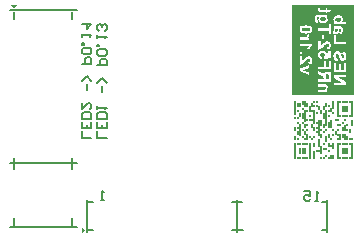
<source format=gbr>
%TF.GenerationSoftware,Altium Limited,Altium Designer,23.4.1 (23)*%
G04 Layer_Color=32896*
%FSLAX45Y45*%
%MOMM*%
%TF.SameCoordinates,BE90727D-E02D-4F4F-8BF8-4A0540FFC0C0*%
%TF.FilePolarity,Positive*%
%TF.FileFunction,Legend,Bot*%
%TF.Part,Single*%
G01*
G75*
%TA.AperFunction,NonConductor*%
%ADD24C,0.15000*%
%ADD32C,0.20000*%
%ADD33R,0.15000X1.40000*%
%ADD34R,0.15000X0.40000*%
%ADD35R,0.15000X0.20000*%
%ADD36R,0.15000X1.20000*%
%ADD37R,0.15000X0.20000*%
%ADD38R,0.15000X0.60000*%
%ADD39R,0.15000X1.00000*%
%ADD40R,0.15000X0.60000*%
%ADD41R,0.15000X1.40000*%
%ADD42R,0.15000X0.80000*%
%ADD43R,0.15000X0.20000*%
%ADD44R,0.15000X0.80000*%
%ADD45R,0.15000X0.40000*%
%ADD46R,0.15000X0.60000*%
%ADD47R,0.15000X0.40000*%
%ADD48R,0.15000X0.60000*%
G36*
X681000Y50000D02*
X651000Y75000D01*
Y25000D01*
X681000Y50000D01*
D02*
G37*
G36*
X82500Y1925000D02*
X107500Y1955000D01*
X57500D01*
X82500Y1925000D01*
D02*
G37*
G36*
X2955001Y1956001D02*
Y1196001D01*
X2435001D01*
Y1956001D01*
X2625850D01*
D01*
X2783797D01*
X2955001D01*
D02*
G37*
%LPC*%
G36*
X2760343Y1934026D02*
Y1918558D01*
X2733292D01*
Y1932350D01*
X2717214D01*
Y1918558D01*
X2686353D01*
X2686276D01*
X2685972D01*
X2685514D01*
X2684829D01*
X2684143D01*
X2683305D01*
X2681476Y1918634D01*
X2679571D01*
X2678656Y1918710D01*
X2677742D01*
X2676980Y1918786D01*
X2676294D01*
X2675761Y1918863D01*
X2675380Y1918939D01*
X2675304D01*
X2675151Y1919015D01*
X2674846Y1919167D01*
X2674465Y1919320D01*
X2674084Y1919548D01*
X2673703Y1919853D01*
X2673246Y1920234D01*
X2672865Y1920691D01*
X2672789Y1920768D01*
X2672713Y1920920D01*
X2672560Y1921225D01*
X2672408Y1921682D01*
X2672179Y1922139D01*
X2672027Y1922749D01*
X2671951Y1923435D01*
X2671875Y1924120D01*
Y1924654D01*
X2671951Y1925263D01*
X2672103Y1926178D01*
X2672332Y1927321D01*
X2672713Y1928769D01*
X2673170Y1930369D01*
X2673780Y1932274D01*
X2658082Y1934026D01*
D01*
Y1933950D01*
X2657930Y1933722D01*
X2657778Y1933341D01*
X2657625Y1932807D01*
X2657397Y1932121D01*
X2657168Y1931283D01*
X2656863Y1930369D01*
X2656635Y1929378D01*
X2656330Y1928235D01*
X2656025Y1927016D01*
X2655796Y1925721D01*
X2655568Y1924273D01*
X2655263Y1921301D01*
X2655111Y1918024D01*
Y1917110D01*
X2655187Y1916653D01*
Y1916119D01*
X2655339Y1914748D01*
X2655568Y1913224D01*
X2655873Y1911624D01*
X2656330Y1909871D01*
X2656939Y1908195D01*
Y1908118D01*
X2657016Y1908042D01*
X2657092Y1907814D01*
X2657244Y1907509D01*
X2657701Y1906747D01*
X2658235Y1905756D01*
X2658921Y1904689D01*
X2659683Y1903699D01*
X2660597Y1902632D01*
X2661664Y1901794D01*
X2661816Y1901718D01*
X2662197Y1901489D01*
X2662883Y1901108D01*
X2663721Y1900651D01*
X2664864Y1900194D01*
X2666236Y1899736D01*
X2667836Y1899279D01*
X2669589Y1898974D01*
X2669665D01*
X2669741D01*
X2669970Y1898898D01*
X2670274D01*
X2670732Y1898822D01*
X2671265D01*
X2671951Y1898746D01*
X2672713Y1898670D01*
X2673551Y1898593D01*
X2674618D01*
X2675761Y1898517D01*
X2677056Y1898441D01*
X2678504D01*
X2680180Y1898365D01*
X2681933D01*
X2683838D01*
X2717214D01*
Y1889068D01*
X2655111D01*
D01*
X2760343D01*
Y1934026D01*
D02*
G37*
G36*
X2733292Y1877410D02*
X2662426D01*
X2661359Y1877334D01*
X2660064Y1877257D01*
X2658616D01*
X2657092Y1877105D01*
X2655492Y1877029D01*
X2653815Y1876876D01*
X2650462Y1876419D01*
X2648862Y1876191D01*
X2647338Y1875886D01*
X2645814Y1875505D01*
X2644519Y1875124D01*
X2644443D01*
X2644214Y1875048D01*
X2643909Y1874895D01*
X2643452Y1874743D01*
X2642842Y1874514D01*
X2642233Y1874209D01*
X2640709Y1873524D01*
X2639032Y1872609D01*
X2637280Y1871542D01*
X2635527Y1870323D01*
X2634003Y1868875D01*
X2633927Y1868799D01*
X2633851Y1868723D01*
X2633622Y1868494D01*
X2633394Y1868113D01*
X2633089Y1867732D01*
X2632708Y1867275D01*
X2632251Y1866666D01*
X2631870Y1865980D01*
X2631336Y1865294D01*
X2630879Y1864456D01*
X2629888Y1862627D01*
X2628898Y1860493D01*
X2628060Y1858055D01*
Y1857979D01*
X2627983Y1857750D01*
X2627831Y1857369D01*
X2627755Y1856836D01*
X2627526Y1856226D01*
X2627374Y1855388D01*
X2627145Y1854474D01*
X2626993Y1853407D01*
X2626764Y1852264D01*
X2626536Y1850968D01*
X2626383Y1849597D01*
X2626231Y1848073D01*
X2626078Y1846473D01*
X2625926Y1844720D01*
X2625850Y1842973D01*
Y1839765D01*
X2625926Y1839234D01*
Y1837938D01*
X2626078Y1836338D01*
X2626231Y1834509D01*
X2626383Y1832452D01*
X2626688Y1830318D01*
X2627069Y1828108D01*
X2627526Y1825822D01*
X2628060Y1823460D01*
X2628669Y1821250D01*
X2629431Y1819041D01*
X2630346Y1816983D01*
X2631412Y1815154D01*
X2632555Y1813478D01*
X2632632Y1813402D01*
X2632860Y1813097D01*
X2633241Y1812716D01*
X2633775Y1812183D01*
X2634460Y1811573D01*
X2635222Y1810887D01*
X2636137Y1810201D01*
X2637204Y1809439D01*
X2638347Y1808677D01*
X2639642Y1807992D01*
X2641014Y1807306D01*
X2642538Y1806696D01*
X2644138Y1806163D01*
X2645814Y1805782D01*
X2647567Y1805477D01*
X2649472Y1805401D01*
X2649548D01*
X2649700D01*
X2649853D01*
X2650158D01*
X2650920D01*
X2651910Y1805477D01*
X2649091Y1828566D01*
X2649015D01*
X2648938D01*
X2648405Y1828718D01*
X2647719Y1828870D01*
X2646881Y1829099D01*
X2645967Y1829480D01*
X2645052Y1829937D01*
X2644214Y1830471D01*
X2643528Y1831233D01*
X2643452Y1831385D01*
X2643223Y1831766D01*
X2642842Y1832452D01*
X2642461Y1833442D01*
X2642004Y1834662D01*
X2641852Y1835424D01*
X2641699Y1836262D01*
X2641547Y1837176D01*
X2641395Y1838091D01*
X2641318Y1839157D01*
Y1841062D01*
X2641395Y1841596D01*
Y1842282D01*
X2641471Y1843044D01*
X2641547Y1843882D01*
X2641623Y1844796D01*
X2641928Y1846701D01*
X2642385Y1848682D01*
X2642919Y1850511D01*
X2643300Y1851426D01*
X2643757Y1852188D01*
X2643833Y1852340D01*
X2644062Y1852645D01*
X2644443Y1853102D01*
X2644976Y1853712D01*
X2645738Y1854321D01*
X2646576Y1855007D01*
X2647643Y1855693D01*
X2648862Y1856226D01*
X2649015Y1856302D01*
X2649396Y1856379D01*
X2650005Y1856531D01*
X2650462Y1856607D01*
X2650996Y1856760D01*
X2651529Y1856836D01*
X2652215Y1856912D01*
X2652977Y1856988D01*
X2653815Y1857064D01*
X2654730Y1857141D01*
X2655796D01*
X2656863Y1857217D01*
X2658082D01*
X2669284Y1857293D01*
X2669131Y1857217D01*
X2668750Y1856912D01*
X2668141Y1856379D01*
X2667379Y1855617D01*
X2666388Y1854778D01*
X2665321Y1853635D01*
X2664255Y1852416D01*
X2663112Y1850968D01*
X2661892Y1849368D01*
X2660826Y1847692D01*
X2659759Y1845787D01*
X2658844Y1843729D01*
X2658006Y1841520D01*
X2657397Y1839234D01*
X2657016Y1836795D01*
X2656863Y1834281D01*
Y1833595D01*
X2656939Y1832833D01*
X2657092Y1831766D01*
X2657244Y1830471D01*
X2657549Y1828947D01*
X2657930Y1827270D01*
X2658463Y1825441D01*
X2659149Y1823536D01*
X2660064Y1821555D01*
X2661054Y1819574D01*
X2662350Y1817517D01*
X2663797Y1815459D01*
X2665550Y1813554D01*
X2667531Y1811649D01*
X2669817Y1809897D01*
X2669970Y1809820D01*
X2670274Y1809592D01*
X2670884Y1809287D01*
X2671646Y1808830D01*
X2672637Y1808296D01*
X2673856Y1807687D01*
X2675304Y1807077D01*
X2676904Y1806391D01*
X2678656Y1805706D01*
X2680561Y1805096D01*
X2682695Y1804486D01*
X2684981Y1803953D01*
X2687343Y1803572D01*
X2689934Y1803191D01*
X2692601Y1802962D01*
X2695420Y1802886D01*
X2625850D01*
X2734968D01*
Y1835728D01*
X2734892Y1836490D01*
X2734740Y1837481D01*
X2734587Y1838700D01*
X2734282Y1840072D01*
X2733901Y1841672D01*
X2733444Y1843348D01*
X2732758Y1845177D01*
X2731920Y1847082D01*
X2730930Y1848987D01*
X2729710Y1850968D01*
X2728263Y1852950D01*
X2726586Y1854855D01*
X2724681Y1856760D01*
X2722471Y1858512D01*
X2733292D01*
Y1877410D01*
D02*
G37*
G36*
X2891163Y1870514D02*
X2824640D01*
D01*
X2823345D01*
X2822735Y1870437D01*
X2822126D01*
X2821440Y1870361D01*
X2819763Y1870209D01*
X2817858Y1870056D01*
X2815801Y1869752D01*
X2813515Y1869371D01*
X2811153Y1868837D01*
X2808638Y1868228D01*
X2806124Y1867466D01*
X2803685Y1866551D01*
X2801171Y1865484D01*
X2798808Y1864265D01*
X2796522Y1862817D01*
X2794465Y1861141D01*
X2794313Y1861065D01*
X2794008Y1860684D01*
X2793474Y1860227D01*
X2792789Y1859465D01*
X2792027Y1858550D01*
X2791112Y1857483D01*
X2790198Y1856264D01*
X2789207Y1854816D01*
X2788217Y1853292D01*
X2787302Y1851540D01*
X2786388Y1849635D01*
X2785626Y1847654D01*
X2784940Y1845520D01*
X2784407Y1843310D01*
X2784102Y1840948D01*
X2783949Y1838510D01*
Y1837900D01*
X2784026Y1837367D01*
Y1836833D01*
X2784102Y1836071D01*
X2784254Y1835309D01*
X2784330Y1834471D01*
X2784788Y1832490D01*
X2785321Y1830280D01*
X2786159Y1827918D01*
X2786616Y1826775D01*
X2787226Y1825556D01*
X2787302Y1825479D01*
X2787378Y1825251D01*
X2787607Y1824946D01*
X2787836Y1824489D01*
X2788217Y1823955D01*
X2788598Y1823346D01*
X2789131Y1822584D01*
X2789664Y1821822D01*
X2791036Y1820145D01*
X2792712Y1818317D01*
X2794617Y1816412D01*
X2796903Y1814659D01*
X2785702D01*
Y1795914D01*
X2783949D01*
D01*
X2891163D01*
Y1816107D01*
X2853139D01*
X2853291Y1816183D01*
X2853596Y1816564D01*
X2854130Y1817021D01*
X2854815Y1817783D01*
X2855654Y1818621D01*
X2856492Y1819688D01*
X2857482Y1820984D01*
X2858473Y1822355D01*
X2859464Y1823879D01*
X2860454Y1825556D01*
X2861369Y1827384D01*
X2862131Y1829366D01*
X2862816Y1831423D01*
X2863350Y1833557D01*
X2863655Y1835843D01*
X2863807Y1838205D01*
Y1838814D01*
X2863731Y1839576D01*
X2863655Y1840567D01*
X2863502Y1841710D01*
X2863274Y1843158D01*
X2862969Y1844682D01*
X2862512Y1846358D01*
X2861978Y1848187D01*
X2861369Y1850016D01*
X2860530Y1851921D01*
X2859540Y1853902D01*
X2858397Y1855807D01*
X2857025Y1857788D01*
X2855425Y1859617D01*
X2853672Y1861370D01*
X2853520Y1861446D01*
X2853215Y1861751D01*
X2852606Y1862208D01*
X2851767Y1862817D01*
X2850777Y1863503D01*
X2849481Y1864265D01*
X2847957Y1865103D01*
X2846281Y1865942D01*
X2844300Y1866780D01*
X2842166Y1867618D01*
X2839728Y1868380D01*
X2837137Y1869066D01*
X2834318Y1869675D01*
X2831346Y1870133D01*
X2828069Y1870437D01*
X2824640Y1870514D01*
X2891163D01*
D02*
G37*
G36*
X2553627Y1784903D02*
X2548903D01*
X2548065Y1784827D01*
X2547074D01*
X2546007Y1784751D01*
X2544788Y1784674D01*
X2543569Y1784598D01*
X2542197Y1784522D01*
X2540750Y1784370D01*
X2537625Y1784065D01*
X2534273Y1783608D01*
X2530767Y1783074D01*
X2527186Y1782388D01*
X2523605Y1781550D01*
X2520099Y1780560D01*
X2516670Y1779340D01*
X2513470Y1777969D01*
X2511946Y1777207D01*
X2510498Y1776369D01*
X2509127Y1775454D01*
X2507831Y1774540D01*
X2507679Y1774464D01*
X2507374Y1774159D01*
X2506841Y1773625D01*
X2506155Y1772940D01*
X2505317Y1772101D01*
X2504402Y1771035D01*
X2503488Y1769739D01*
X2502497Y1768291D01*
X2501430Y1766691D01*
X2500516Y1764939D01*
X2499602Y1762957D01*
X2498763Y1760824D01*
X2498078Y1758538D01*
X2497544Y1756023D01*
X2497239Y1753432D01*
X2497087Y1750613D01*
Y1784903D01*
Y1749927D01*
X2497163Y1749165D01*
X2497239Y1748098D01*
X2497468Y1746727D01*
X2497697Y1745279D01*
X2498078Y1743526D01*
X2498535Y1741774D01*
X2499221Y1739793D01*
X2499983Y1737811D01*
X2500897Y1735754D01*
X2502040Y1733620D01*
X2503412Y1731563D01*
X2505012Y1729582D01*
X2506841Y1727601D01*
X2508898Y1725772D01*
X2509050Y1725696D01*
X2509431Y1725391D01*
X2509812Y1725162D01*
X2510193Y1724934D01*
X2510651Y1724629D01*
X2511184Y1724324D01*
X2511870Y1723943D01*
X2512556Y1723638D01*
X2513394Y1723181D01*
X2514232Y1722800D01*
X2515223Y1722419D01*
X2516213Y1721962D01*
X2517356Y1721505D01*
X2518575Y1721124D01*
X2519871Y1720666D01*
X2521319Y1720209D01*
X2522766Y1719752D01*
X2524367Y1719371D01*
X2526043Y1718990D01*
X2527796Y1718609D01*
X2529701Y1718228D01*
X2531682Y1717847D01*
X2533739Y1717542D01*
X2535873Y1717237D01*
X2538159Y1717009D01*
X2540521Y1716780D01*
X2542959Y1716628D01*
X2545550Y1716475D01*
X2548217Y1716399D01*
X2497087D01*
D01*
X2604758D01*
D01*
X2552332D01*
X2553018Y1716475D01*
X2553856D01*
X2554847D01*
X2555913Y1716552D01*
X2557056Y1716628D01*
X2558352Y1716704D01*
X2559723Y1716856D01*
X2561171Y1716933D01*
X2564219Y1717237D01*
X2567572Y1717695D01*
X2571077Y1718228D01*
X2574582Y1718914D01*
X2578164Y1719752D01*
X2581745Y1720743D01*
X2585098Y1721886D01*
X2588298Y1723257D01*
X2589822Y1724095D01*
X2591270Y1724857D01*
X2592642Y1725772D01*
X2593937Y1726686D01*
X2594090Y1726762D01*
X2594394Y1727067D01*
X2594928Y1727601D01*
X2595614Y1728286D01*
X2596452Y1729125D01*
X2597366Y1730191D01*
X2598357Y1731487D01*
X2599347Y1732935D01*
X2600338Y1734535D01*
X2601329Y1736287D01*
X2602243Y1738269D01*
X2603081Y1740402D01*
X2603767Y1742688D01*
X2604300Y1745203D01*
X2604605Y1747794D01*
X2604758Y1750613D01*
Y1751299D01*
D01*
Y1751489D01*
Y1751299D01*
X2604681Y1752061D01*
X2604605Y1753128D01*
X2604453Y1754423D01*
X2604148Y1755947D01*
X2603843Y1757547D01*
X2603386Y1759376D01*
X2602776Y1761205D01*
X2602091Y1763186D01*
X2601176Y1765167D01*
X2600109Y1767148D01*
X2598890Y1769130D01*
X2597442Y1771035D01*
X2595690Y1772863D01*
X2593785Y1774540D01*
X2593632Y1774692D01*
X2593480Y1774768D01*
X2593175Y1774997D01*
X2592794Y1775226D01*
X2592413Y1775530D01*
X2591880Y1775835D01*
X2591270Y1776140D01*
X2590661Y1776521D01*
X2589899Y1776978D01*
X2589060Y1777359D01*
X2588146Y1777816D01*
X2587079Y1778274D01*
X2586012Y1778731D01*
X2584869Y1779264D01*
X2583574Y1779721D01*
X2582202Y1780179D01*
X2580755Y1780712D01*
X2579231Y1781169D01*
X2577630Y1781626D01*
X2575878Y1782084D01*
X2574125Y1782465D01*
X2572220Y1782922D01*
X2570239Y1783303D01*
X2568105Y1783608D01*
X2565972Y1783912D01*
X2563686Y1784217D01*
X2561324Y1784446D01*
X2558885Y1784674D01*
X2556294Y1784827D01*
X2553627Y1784903D01*
D02*
G37*
G36*
X2785702Y1781283D02*
D01*
Y1761319D01*
X2785778D01*
X2786083Y1761167D01*
X2786540Y1761014D01*
X2787226Y1760786D01*
X2788064Y1760481D01*
X2789055Y1760100D01*
X2790274Y1759719D01*
X2791646Y1759338D01*
X2791722D01*
X2791950Y1759262D01*
X2792255Y1759185D01*
X2792636Y1759033D01*
X2793398Y1758804D01*
X2793703Y1758728D01*
X2794008Y1758652D01*
X2793932Y1758576D01*
X2793779Y1758423D01*
X2793551Y1758119D01*
X2793170Y1757738D01*
X2792789Y1757280D01*
X2792255Y1756671D01*
X2791722Y1756061D01*
X2791188Y1755299D01*
X2789969Y1753699D01*
X2788674Y1751794D01*
X2787531Y1749737D01*
X2786464Y1747527D01*
Y1747451D01*
X2786388Y1747298D01*
X2786235Y1746917D01*
X2786083Y1746536D01*
X2785854Y1745927D01*
X2785702Y1745317D01*
X2785473Y1744555D01*
X2785245Y1743793D01*
X2784940Y1742879D01*
X2784711Y1741888D01*
X2784330Y1739754D01*
X2784026Y1737392D01*
X2783949Y1734954D01*
Y1709579D01*
Y1734420D01*
X2784026Y1733811D01*
Y1732973D01*
X2784178Y1731982D01*
X2784254Y1730839D01*
X2784483Y1729620D01*
X2784788Y1728172D01*
X2785092Y1726724D01*
X2785550Y1725200D01*
X2786007Y1723676D01*
X2786616Y1722152D01*
X2787378Y1720628D01*
X2788217Y1719104D01*
X2789207Y1717656D01*
X2790350Y1716361D01*
X2790426Y1716285D01*
X2790655Y1716056D01*
X2791036Y1715751D01*
X2791493Y1715294D01*
X2792103Y1714761D01*
X2792865Y1714227D01*
X2793779Y1713618D01*
X2794770Y1713008D01*
X2795913Y1712322D01*
X2797132Y1711713D01*
X2798427Y1711179D01*
X2799875Y1710646D01*
X2801399Y1710189D01*
X2802999Y1709884D01*
X2804752Y1709655D01*
X2806505Y1709579D01*
X2783949D01*
X2863807D01*
X2807114D01*
X2807571Y1709655D01*
X2808181D01*
X2808791Y1709732D01*
X2809553Y1709808D01*
X2810391Y1709960D01*
X2812143Y1710341D01*
X2814125Y1710875D01*
X2816106Y1711637D01*
X2818011Y1712627D01*
X2818087Y1712703D01*
X2818239Y1712780D01*
X2818468Y1712932D01*
X2818849Y1713237D01*
X2819763Y1713923D01*
X2820906Y1714913D01*
X2822126Y1716132D01*
X2823421Y1717580D01*
X2824716Y1719333D01*
X2825783Y1721314D01*
Y1721390D01*
X2825936Y1721543D01*
X2826088Y1721924D01*
X2826240Y1722381D01*
X2826469Y1722914D01*
X2826774Y1723600D01*
X2827079Y1724438D01*
X2827383Y1725429D01*
X2827764Y1726496D01*
X2828145Y1727715D01*
X2828526Y1729010D01*
X2828907Y1730458D01*
X2829365Y1731982D01*
X2829746Y1733658D01*
X2830127Y1735487D01*
X2830508Y1737392D01*
Y1737545D01*
X2830660Y1738002D01*
X2830736Y1738764D01*
X2830965Y1739678D01*
X2831193Y1740821D01*
X2831498Y1742193D01*
X2831803Y1743641D01*
X2832108Y1745165D01*
X2832946Y1748441D01*
X2833784Y1751642D01*
X2834165Y1753166D01*
X2834622Y1754613D01*
X2835080Y1755909D01*
X2835537Y1757052D01*
X2837518D01*
X2837594D01*
X2837747D01*
X2838051D01*
X2838432Y1756976D01*
X2838966D01*
X2839499Y1756899D01*
X2840718Y1756671D01*
X2842090Y1756366D01*
X2843462Y1755833D01*
X2844757Y1755147D01*
X2845290Y1754690D01*
X2845824Y1754156D01*
X2845900Y1754004D01*
X2846052Y1753851D01*
X2846205Y1753547D01*
X2846433Y1753242D01*
X2846586Y1752785D01*
X2846814Y1752327D01*
X2847119Y1751718D01*
X2847348Y1751032D01*
X2847576Y1750194D01*
X2847729Y1749356D01*
X2847957Y1748365D01*
X2848110Y1747222D01*
X2848262Y1746003D01*
X2848338Y1744707D01*
Y1742345D01*
X2848262Y1741888D01*
Y1741355D01*
X2848110Y1740212D01*
X2847805Y1738840D01*
X2847424Y1737392D01*
X2846891Y1736021D01*
X2846205Y1734801D01*
X2846129Y1734649D01*
X2845824Y1734344D01*
X2845214Y1733735D01*
X2844452Y1733125D01*
X2843462Y1732363D01*
X2842166Y1731525D01*
X2840566Y1730763D01*
X2838737Y1730001D01*
X2842014Y1711637D01*
X2842166Y1711713D01*
X2842471Y1711789D01*
X2843081Y1711941D01*
X2843843Y1712246D01*
X2844757Y1712551D01*
X2845824Y1713008D01*
X2846967Y1713542D01*
X2848186Y1714075D01*
X2849558Y1714761D01*
X2850853Y1715599D01*
X2852225Y1716437D01*
X2853596Y1717428D01*
X2854892Y1718418D01*
X2856187Y1719638D01*
X2857330Y1720857D01*
X2858397Y1722228D01*
X2858473Y1722305D01*
X2858625Y1722609D01*
X2858930Y1723067D01*
X2859235Y1723676D01*
X2859616Y1724438D01*
X2860073Y1725429D01*
X2860607Y1726572D01*
X2861140Y1727943D01*
X2861597Y1729391D01*
X2862131Y1731068D01*
X2862588Y1732973D01*
X2862969Y1734954D01*
X2863274Y1737164D01*
X2863578Y1739526D01*
X2863731Y1742040D01*
X2863807Y1744784D01*
Y1746079D01*
X2863731Y1746993D01*
Y1748136D01*
X2863655Y1749432D01*
X2863578Y1750880D01*
X2863426Y1752404D01*
X2863274Y1754004D01*
X2863045Y1755680D01*
X2862435Y1759033D01*
X2862131Y1760633D01*
X2861673Y1762233D01*
X2861140Y1763681D01*
X2860607Y1764977D01*
Y1765053D01*
X2860454Y1765281D01*
X2860302Y1765586D01*
X2859997Y1766043D01*
X2859692Y1766577D01*
X2859311Y1767186D01*
X2858397Y1768634D01*
X2857178Y1770158D01*
X2855806Y1771682D01*
X2854206Y1773130D01*
X2853368Y1773740D01*
X2852453Y1774273D01*
X2852377D01*
X2852225Y1774425D01*
X2851920Y1774502D01*
X2851463Y1774730D01*
X2850929Y1774883D01*
X2850167Y1775111D01*
X2849329Y1775416D01*
X2848338Y1775645D01*
X2847195Y1775873D01*
X2845824Y1776178D01*
X2844376Y1776407D01*
X2842700Y1776559D01*
X2840871Y1776788D01*
X2838890Y1776864D01*
X2836680Y1777016D01*
X2834318D01*
X2810772Y1776711D01*
X2810696D01*
X2810315D01*
X2809781D01*
X2809095D01*
X2808257D01*
X2807343Y1776788D01*
X2806276D01*
X2805133Y1776864D01*
X2802695Y1776940D01*
X2800256Y1777092D01*
X2799037Y1777169D01*
X2797894Y1777321D01*
X2796903Y1777473D01*
X2795913Y1777626D01*
X2795837D01*
X2795684Y1777702D01*
X2795456D01*
X2795075Y1777854D01*
X2794617Y1777931D01*
X2794084Y1778083D01*
X2792865Y1778464D01*
X2791341Y1778921D01*
X2789588Y1779607D01*
X2787683Y1780369D01*
X2785702Y1781283D01*
D02*
G37*
G36*
X2762324Y1793971D02*
X2656863D01*
Y1710151D01*
D01*
Y1741469D01*
X2744493D01*
Y1710151D01*
X2762324D01*
Y1793971D01*
D02*
G37*
G36*
X2577021Y1712132D02*
D01*
Y1699407D01*
X2576945Y1699940D01*
X2576868Y1700550D01*
X2576792Y1701235D01*
X2576716Y1702074D01*
X2576564Y1702988D01*
X2576106Y1705045D01*
X2575421Y1707331D01*
X2574963Y1708474D01*
X2574430Y1709694D01*
X2573820Y1710913D01*
X2573135Y1712132D01*
D01*
X2555532Y1705807D01*
X2555609Y1705731D01*
X2555685Y1705579D01*
X2555837Y1705274D01*
X2556066Y1704969D01*
X2556294Y1704512D01*
X2556599Y1703979D01*
X2557209Y1702683D01*
X2557818Y1701235D01*
X2558352Y1699635D01*
X2558733Y1697959D01*
X2558885Y1697121D01*
Y1695597D01*
X2558733Y1694758D01*
X2558580Y1693768D01*
X2558276Y1692625D01*
X2557895Y1691406D01*
X2557285Y1690186D01*
X2556523Y1689043D01*
X2556447Y1688891D01*
X2556066Y1688586D01*
X2555456Y1688053D01*
X2554618Y1687367D01*
X2553399Y1686681D01*
X2552713Y1686300D01*
X2551951Y1685919D01*
X2551113Y1685538D01*
X2550198Y1685157D01*
X2549132Y1684776D01*
X2548065Y1684471D01*
X2547989D01*
X2547760Y1684395D01*
X2547379Y1684319D01*
X2546846Y1684243D01*
X2546084Y1684090D01*
X2545093Y1683938D01*
X2543950Y1683786D01*
X2542578Y1683633D01*
X2540978Y1683481D01*
X2539149Y1683328D01*
X2537016Y1683176D01*
X2534730Y1683024D01*
X2532063Y1682947D01*
X2529167Y1682871D01*
X2525967Y1682795D01*
X2524290D01*
X2522462D01*
X2498916D01*
Y1662602D01*
X2577021D01*
Y1712132D01*
D02*
G37*
G36*
X2705174Y1705807D02*
X2684981D01*
Y1666107D01*
X2705174D01*
Y1705807D01*
D02*
G37*
G36*
X2890248Y1699826D02*
D01*
Y1646867D01*
X2803533D01*
Y1699826D01*
X2785702D01*
Y1625607D01*
X2890248D01*
Y1699826D01*
D02*
G37*
G36*
X2604758Y1628998D02*
X2498916D01*
Y1608805D01*
X2575040D01*
X2574887Y1608652D01*
X2574582Y1608271D01*
X2574049Y1607662D01*
X2573363Y1606824D01*
X2572525Y1605757D01*
X2571534Y1604461D01*
X2570391Y1603014D01*
X2569248Y1601337D01*
X2568029Y1599508D01*
X2566734Y1597527D01*
X2565438Y1595394D01*
X2564219Y1593108D01*
X2563000Y1590669D01*
X2561781Y1588078D01*
X2560714Y1585411D01*
X2559723Y1582668D01*
X2498916D01*
D01*
X2604758D01*
Y1628998D01*
D02*
G37*
G36*
X2733292Y1650410D02*
X2656863D01*
Y1579544D01*
X2762705D01*
X2657016D01*
X2657320Y1579620D01*
X2657930Y1579696D01*
X2658692Y1579849D01*
X2659606Y1580001D01*
X2660749Y1580230D01*
X2661969Y1580458D01*
X2663340Y1580839D01*
X2664864Y1581220D01*
X2666464Y1581754D01*
X2668065Y1582287D01*
X2669817Y1582897D01*
X2671570Y1583659D01*
X2673399Y1584497D01*
X2675151Y1585411D01*
X2676980Y1586402D01*
X2677056Y1586478D01*
X2677437Y1586707D01*
X2677971Y1587088D01*
X2678733Y1587545D01*
X2679647Y1588231D01*
X2680790Y1589145D01*
X2682162Y1590212D01*
X2683686Y1591431D01*
X2685438Y1592879D01*
X2687343Y1594479D01*
X2689401Y1596384D01*
X2691687Y1598442D01*
X2694125Y1600804D01*
X2696640Y1603318D01*
X2699383Y1606138D01*
X2702278Y1609186D01*
X2702355Y1609262D01*
X2702431Y1609338D01*
X2702812Y1609795D01*
X2703498Y1610481D01*
X2704336Y1611396D01*
X2705403Y1612462D01*
X2706546Y1613682D01*
X2707841Y1614977D01*
X2709213Y1616425D01*
X2712108Y1619244D01*
X2713480Y1620692D01*
X2714928Y1621987D01*
X2716223Y1623283D01*
X2717442Y1624350D01*
X2718585Y1625264D01*
X2719500Y1625950D01*
X2719576Y1626026D01*
X2719804Y1626102D01*
X2720109Y1626331D01*
X2720566Y1626636D01*
X2721176Y1626940D01*
X2721786Y1627245D01*
X2722548Y1627626D01*
X2723386Y1628083D01*
X2725291Y1628845D01*
X2727348Y1629455D01*
X2729634Y1629988D01*
X2730777Y1630065D01*
X2731920Y1630141D01*
X2731996D01*
X2732225D01*
X2732530D01*
X2733063Y1630065D01*
X2733597D01*
X2734206Y1629988D01*
X2735730Y1629684D01*
X2737407Y1629226D01*
X2739159Y1628617D01*
X2740759Y1627702D01*
X2741598Y1627093D01*
X2742283Y1626483D01*
X2742360Y1626407D01*
X2742436Y1626331D01*
X2742588Y1626102D01*
X2742893Y1625797D01*
X2743122Y1625416D01*
X2743426Y1624959D01*
X2743807Y1624426D01*
X2744112Y1623892D01*
X2744798Y1622445D01*
X2745408Y1620692D01*
X2745789Y1618711D01*
X2745865Y1617568D01*
X2745941Y1616425D01*
Y1615815D01*
X2745865Y1615358D01*
Y1614825D01*
X2745712Y1614215D01*
X2745484Y1612767D01*
X2745027Y1611167D01*
X2744341Y1609414D01*
X2743884Y1608652D01*
X2743426Y1607814D01*
X2742817Y1607052D01*
X2742131Y1606290D01*
X2742055Y1606214D01*
X2741979Y1606138D01*
X2741750Y1605909D01*
X2741369Y1605681D01*
X2740988Y1605376D01*
X2740455Y1605071D01*
X2739845Y1604766D01*
X2739159Y1604385D01*
X2738321Y1604004D01*
X2737407Y1603623D01*
X2736340Y1603242D01*
X2735197Y1602937D01*
X2733901Y1602633D01*
X2732530Y1602328D01*
X2731082Y1602175D01*
X2729482Y1602023D01*
X2731463Y1581906D01*
X2731539D01*
X2731692D01*
X2731920Y1581982D01*
X2732225D01*
X2732606Y1582059D01*
X2733063Y1582135D01*
X2734206Y1582363D01*
X2735578Y1582592D01*
X2737102Y1582973D01*
X2738854Y1583430D01*
X2740683Y1583964D01*
X2742664Y1584649D01*
X2744646Y1585411D01*
X2746627Y1586326D01*
X2748608Y1587393D01*
X2750513Y1588536D01*
X2752266Y1589907D01*
X2753942Y1591431D01*
X2755390Y1593108D01*
X2755466Y1593184D01*
X2755695Y1593565D01*
X2756076Y1594098D01*
X2756533Y1594784D01*
X2757066Y1595775D01*
X2757676Y1596841D01*
X2758362Y1598213D01*
X2759047Y1599661D01*
X2759733Y1601261D01*
X2760419Y1603090D01*
X2761029Y1605071D01*
X2761562Y1607128D01*
X2762019Y1609414D01*
X2762400Y1611777D01*
X2762629Y1614291D01*
X2762705Y1616882D01*
Y1617568D01*
X2762629Y1618406D01*
X2762553Y1619473D01*
X2762476Y1620768D01*
X2762248Y1622292D01*
X2762019Y1623969D01*
X2761638Y1625797D01*
X2761181Y1627702D01*
X2760648Y1629760D01*
X2759962Y1631817D01*
X2759124Y1633798D01*
X2758133Y1635856D01*
X2757066Y1637837D01*
X2755771Y1639666D01*
X2754247Y1641418D01*
X2754171Y1641495D01*
X2753866Y1641799D01*
X2753409Y1642257D01*
X2752723Y1642790D01*
X2751885Y1643476D01*
X2750970Y1644238D01*
X2749751Y1645076D01*
X2748456Y1645914D01*
X2747008Y1646752D01*
X2745484Y1647591D01*
X2743731Y1648353D01*
X2741902Y1649038D01*
X2739921Y1649572D01*
X2737788Y1650029D01*
X2735578Y1650334D01*
X2733292Y1650410D01*
D02*
G37*
G36*
X2519109Y1560875D02*
X2498916D01*
Y1540682D01*
X2519109D01*
Y1560875D01*
D02*
G37*
G36*
X2760952Y1571391D02*
X2655034D01*
D01*
X2691610D01*
X2690925Y1571314D01*
X2690010Y1571238D01*
X2688867Y1571162D01*
X2687572Y1571010D01*
X2686048Y1570781D01*
X2684448Y1570476D01*
X2682695Y1570019D01*
X2680790Y1569562D01*
X2678885Y1568952D01*
X2676904Y1568190D01*
X2674923Y1567276D01*
X2672941Y1566285D01*
X2670960Y1565142D01*
X2668979Y1563771D01*
X2668827Y1563618D01*
X2668369Y1563313D01*
X2667684Y1562704D01*
X2666769Y1561866D01*
X2665779Y1560875D01*
X2664559Y1559580D01*
X2663340Y1558056D01*
X2662045Y1556379D01*
X2660673Y1554474D01*
X2659454Y1552341D01*
X2658235Y1549978D01*
X2657244Y1547464D01*
X2656330Y1544721D01*
X2655644Y1541749D01*
X2655187Y1538625D01*
X2655111Y1536948D01*
X2655034Y1535272D01*
Y1534662D01*
X2655111Y1533900D01*
X2655187Y1532833D01*
X2655263Y1531614D01*
X2655415Y1530166D01*
X2655720Y1528566D01*
X2656025Y1526814D01*
X2656406Y1524985D01*
X2656939Y1523080D01*
X2657549Y1521099D01*
X2658311Y1519117D01*
X2659225Y1517136D01*
X2660216Y1515155D01*
X2661435Y1513250D01*
X2662807Y1511497D01*
X2662883Y1511421D01*
X2663188Y1511116D01*
X2663645Y1510659D01*
X2664255Y1510050D01*
X2665017Y1509288D01*
X2666007Y1508526D01*
X2667074Y1507611D01*
X2668369Y1506697D01*
X2669817Y1505706D01*
X2671417Y1504792D01*
X2673094Y1503877D01*
X2674999Y1502963D01*
X2676980Y1502201D01*
X2679190Y1501515D01*
X2681400Y1500906D01*
X2683838Y1500525D01*
X2685972Y1520641D01*
X2685895D01*
X2685667Y1520718D01*
X2685286D01*
X2684829Y1520870D01*
X2684295Y1520946D01*
X2683609Y1521099D01*
X2682085Y1521556D01*
X2680333Y1522242D01*
X2678504Y1523156D01*
X2676751Y1524223D01*
X2675913Y1524909D01*
X2675151Y1525671D01*
X2675075Y1525747D01*
X2674999Y1525899D01*
X2674770Y1526128D01*
X2674542Y1526433D01*
X2674237Y1526814D01*
X2673932Y1527347D01*
X2673170Y1528490D01*
X2672408Y1529938D01*
X2671798Y1531614D01*
X2671341Y1533519D01*
X2671265Y1534510D01*
X2671189Y1535500D01*
Y1536110D01*
X2671265Y1536567D01*
X2671341Y1537101D01*
X2671494Y1537710D01*
X2671798Y1539234D01*
X2672408Y1540911D01*
X2672865Y1541749D01*
X2673322Y1542663D01*
X2673932Y1543578D01*
X2674618Y1544492D01*
X2675380Y1545330D01*
X2676294Y1546168D01*
X2676370Y1546245D01*
X2676523Y1546397D01*
X2676828Y1546549D01*
X2677285Y1546854D01*
X2677818Y1547159D01*
X2678504Y1547540D01*
X2679266Y1547997D01*
X2680180Y1548378D01*
X2681247Y1548759D01*
X2682390Y1549216D01*
X2683686Y1549597D01*
X2685057Y1549902D01*
X2686581Y1550207D01*
X2688258Y1550436D01*
X2690010Y1550512D01*
X2691915Y1550588D01*
X2691991D01*
X2692372D01*
X2692830D01*
X2693515Y1550512D01*
X2694354Y1550436D01*
X2695268Y1550359D01*
X2696259Y1550207D01*
X2697402Y1550055D01*
X2699764Y1549521D01*
X2700983Y1549140D01*
X2702202Y1548759D01*
X2703421Y1548226D01*
X2704488Y1547616D01*
X2705555Y1546930D01*
X2706546Y1546168D01*
X2706622Y1546092D01*
X2706774Y1545940D01*
X2707003Y1545711D01*
X2707308Y1545406D01*
X2707689Y1544949D01*
X2708070Y1544416D01*
X2708527Y1543806D01*
X2708984Y1543120D01*
X2709441Y1542358D01*
X2709898Y1541520D01*
X2710660Y1539615D01*
X2710965Y1538472D01*
X2711194Y1537405D01*
X2711346Y1536186D01*
X2711422Y1534891D01*
Y1534510D01*
X2711346Y1534053D01*
X2711270Y1533443D01*
X2711194Y1532681D01*
X2711041Y1531767D01*
X2710813Y1530776D01*
X2710432Y1529709D01*
X2710051Y1528490D01*
X2709517Y1527271D01*
X2708908Y1525975D01*
X2708146Y1524604D01*
X2707308Y1523308D01*
X2706241Y1521937D01*
X2705098Y1520565D01*
X2703726Y1519270D01*
X2706088Y1502963D01*
X2760952Y1513326D01*
Y1505058D01*
Y1513326D01*
Y1566742D01*
X2742055D01*
Y1528642D01*
X2724072Y1525366D01*
X2724148Y1525442D01*
X2724224Y1525671D01*
X2724376Y1526052D01*
X2724605Y1526509D01*
X2724834Y1527195D01*
X2725138Y1527880D01*
X2725443Y1528719D01*
X2725824Y1529633D01*
X2726129Y1530624D01*
X2726434Y1531767D01*
X2726967Y1534053D01*
X2727348Y1536643D01*
X2727501Y1537939D01*
Y1539844D01*
X2727424Y1540530D01*
X2727348Y1541444D01*
X2727196Y1542663D01*
X2726967Y1543959D01*
X2726662Y1545483D01*
X2726281Y1547083D01*
X2725748Y1548835D01*
X2725138Y1550664D01*
X2724300Y1552569D01*
X2723386Y1554474D01*
X2722243Y1556455D01*
X2720947Y1558360D01*
X2719423Y1560189D01*
X2717671Y1562018D01*
X2717595Y1562094D01*
X2717214Y1562399D01*
X2716680Y1562856D01*
X2715918Y1563466D01*
X2714928Y1564228D01*
X2713708Y1564990D01*
X2712337Y1565828D01*
X2710813Y1566742D01*
X2709060Y1567581D01*
X2707155Y1568419D01*
X2705022Y1569257D01*
X2702812Y1569943D01*
X2700373Y1570552D01*
X2697783Y1571010D01*
X2695116Y1571314D01*
X2692220Y1571391D01*
X2760952D01*
D02*
G37*
G36*
X2816334Y1566247D02*
X2786436D01*
X2815420D01*
X2814810Y1566171D01*
X2813972Y1566095D01*
X2813058Y1565942D01*
X2811991Y1565790D01*
X2810848Y1565637D01*
X2809553Y1565333D01*
X2808181Y1565028D01*
X2806809Y1564571D01*
X2805362Y1564113D01*
X2803838Y1563504D01*
X2802314Y1562818D01*
X2800866Y1562056D01*
X2799342Y1561142D01*
X2799266Y1561065D01*
X2799037Y1560913D01*
X2798580Y1560608D01*
X2798046Y1560227D01*
X2797437Y1559694D01*
X2796675Y1559084D01*
X2795837Y1558322D01*
X2794922Y1557484D01*
X2794008Y1556493D01*
X2793017Y1555427D01*
X2792027Y1554284D01*
X2791112Y1552988D01*
X2790122Y1551617D01*
X2789207Y1550169D01*
X2788369Y1548569D01*
X2787607Y1546892D01*
X2787531Y1546816D01*
X2787455Y1546511D01*
X2787226Y1545978D01*
X2786997Y1545216D01*
X2786693Y1544378D01*
X2786388Y1543311D01*
X2786083Y1542015D01*
X2785702Y1540644D01*
X2785321Y1539044D01*
X2785016Y1537291D01*
X2784711Y1535386D01*
X2784407Y1533405D01*
X2784178Y1531271D01*
X2783949Y1528985D01*
X2783873Y1526547D01*
X2783797Y1524041D01*
Y1522659D01*
X2783873Y1522127D01*
Y1521441D01*
X2783949Y1520756D01*
X2784102Y1519079D01*
X2784254Y1517098D01*
X2784559Y1514964D01*
X2784940Y1512678D01*
X2785473Y1510240D01*
X2786083Y1507725D01*
X2786769Y1505135D01*
X2787683Y1502620D01*
X2788750Y1500105D01*
X2789969Y1497667D01*
X2791417Y1495381D01*
X2793017Y1493247D01*
X2793093Y1493095D01*
X2793474Y1492790D01*
X2794008Y1492257D01*
X2794770Y1491571D01*
X2795684Y1490733D01*
X2796903Y1489742D01*
X2798275Y1488752D01*
X2799875Y1487685D01*
X2801628Y1486542D01*
X2803685Y1485475D01*
X2805895Y1484408D01*
X2808257Y1483418D01*
X2810924Y1482427D01*
X2813744Y1481665D01*
X2816792Y1480979D01*
X2819992Y1480522D01*
X2821973Y1501248D01*
X2821821D01*
X2821516Y1501325D01*
X2820983Y1501477D01*
X2820297Y1501629D01*
X2819382Y1501858D01*
X2818392Y1502163D01*
X2817325Y1502468D01*
X2816182Y1502849D01*
X2813667Y1503915D01*
X2812372Y1504525D01*
X2811077Y1505211D01*
X2809857Y1505973D01*
X2808714Y1506811D01*
X2807648Y1507802D01*
X2806657Y1508792D01*
X2806581Y1508868D01*
X2806428Y1509097D01*
X2806200Y1509402D01*
X2805895Y1509859D01*
X2805514Y1510392D01*
X2805133Y1511154D01*
X2804676Y1511916D01*
X2804219Y1512907D01*
X2803761Y1513898D01*
X2803304Y1515117D01*
X2802923Y1516336D01*
X2802542Y1517708D01*
X2802237Y1519232D01*
X2802009Y1520832D01*
X2801856Y1522508D01*
X2801780Y1524261D01*
Y1525251D01*
X2801856Y1525937D01*
X2801933Y1526775D01*
X2802009Y1527766D01*
X2802161Y1528909D01*
X2802314Y1530052D01*
X2802847Y1532567D01*
X2803228Y1533862D01*
X2803609Y1535157D01*
X2804142Y1536377D01*
X2804676Y1537596D01*
X2805362Y1538739D01*
X2806124Y1539729D01*
X2806200Y1539806D01*
X2806352Y1539958D01*
X2806581Y1540187D01*
X2806886Y1540568D01*
X2807343Y1540949D01*
X2807800Y1541406D01*
X2808410Y1541863D01*
X2809019Y1542396D01*
X2810543Y1543311D01*
X2812220Y1544149D01*
X2813210Y1544530D01*
X2814125Y1544759D01*
X2815191Y1544911D01*
X2816258Y1544987D01*
X2816334D01*
X2816411D01*
X2816868D01*
X2817554Y1544911D01*
X2818468Y1544682D01*
X2819459Y1544454D01*
X2820525Y1544073D01*
X2821592Y1543539D01*
X2822583Y1542777D01*
X2822735Y1542701D01*
X2823040Y1542320D01*
X2823497Y1541787D01*
X2824183Y1541025D01*
X2824869Y1539958D01*
X2825707Y1538586D01*
X2826469Y1536986D01*
X2826850Y1536072D01*
X2827231Y1535081D01*
Y1535005D01*
X2827307Y1534929D01*
X2827383Y1534624D01*
X2827460Y1534319D01*
X2827612Y1533786D01*
X2827841Y1533176D01*
X2828069Y1532414D01*
X2828298Y1531576D01*
X2828603Y1530509D01*
X2828907Y1529290D01*
X2829288Y1527918D01*
X2829746Y1526318D01*
X2830203Y1524566D01*
X2830660Y1522584D01*
X2831193Y1520375D01*
X2831803Y1518012D01*
Y1517936D01*
X2831879Y1517784D01*
Y1517555D01*
X2832032Y1517250D01*
X2832108Y1516869D01*
X2832260Y1516412D01*
X2832565Y1515269D01*
X2832946Y1513821D01*
X2833479Y1512221D01*
X2834089Y1510469D01*
X2834699Y1508640D01*
X2835461Y1506659D01*
X2836223Y1504677D01*
X2837061Y1502620D01*
X2837975Y1500715D01*
X2838966Y1498810D01*
X2840033Y1497057D01*
X2841099Y1495457D01*
X2842242Y1494009D01*
X2842319Y1493933D01*
X2842623Y1493628D01*
X2843157Y1493095D01*
X2843766Y1492485D01*
X2844605Y1491800D01*
X2845671Y1490961D01*
X2846814Y1490047D01*
X2848186Y1489209D01*
X2849634Y1488294D01*
X2851234Y1487380D01*
X2852987Y1486542D01*
X2854815Y1485856D01*
X2856797Y1485246D01*
X2858930Y1484713D01*
X2861140Y1484408D01*
X2863426Y1484332D01*
X2863502D01*
X2863807D01*
X2864188D01*
X2864798Y1484408D01*
X2865483Y1484484D01*
X2866322Y1484561D01*
X2867312Y1484713D01*
X2868379Y1484865D01*
X2869446Y1485170D01*
X2870665Y1485399D01*
X2871884Y1485780D01*
X2873180Y1486237D01*
X2874551Y1486770D01*
X2875847Y1487380D01*
X2877218Y1488066D01*
X2878514Y1488828D01*
X2878590Y1488904D01*
X2878818Y1489056D01*
X2879199Y1489285D01*
X2879657Y1489666D01*
X2880266Y1490123D01*
X2880952Y1490733D01*
X2881638Y1491419D01*
X2882476Y1492181D01*
X2883314Y1493095D01*
X2884229Y1494086D01*
X2885067Y1495152D01*
X2885981Y1496295D01*
X2886819Y1497591D01*
X2887658Y1498962D01*
X2888496Y1500410D01*
X2889182Y1502010D01*
X2889258Y1502087D01*
X2889334Y1502391D01*
X2889563Y1502925D01*
X2889791Y1503534D01*
X2890020Y1504373D01*
X2890401Y1505363D01*
X2890706Y1506506D01*
X2891087Y1507802D01*
X2891391Y1509249D01*
X2891772Y1510850D01*
X2892077Y1512526D01*
X2892306Y1514355D01*
X2892611Y1516336D01*
X2892763Y1518393D01*
X2892839Y1520527D01*
X2892915Y1522737D01*
Y1524108D01*
X2892839Y1524642D01*
Y1525251D01*
X2892763Y1526013D01*
X2892687Y1527690D01*
X2892458Y1529595D01*
X2892153Y1531652D01*
X2891849Y1533938D01*
X2891391Y1536300D01*
X2890782Y1538739D01*
X2890096Y1541253D01*
X2889258Y1543768D01*
X2888191Y1546130D01*
X2887048Y1548492D01*
X2885676Y1550626D01*
X2884152Y1552607D01*
X2884076Y1552760D01*
X2883771Y1553064D01*
X2883238Y1553522D01*
X2882552Y1554207D01*
X2881714Y1554969D01*
X2880647Y1555808D01*
X2879428Y1556722D01*
X2877980Y1557713D01*
X2876456Y1558703D01*
X2874704Y1559618D01*
X2872799Y1560532D01*
X2870741Y1561294D01*
X2868531Y1562056D01*
X2866169Y1562589D01*
X2863655Y1562970D01*
X2860988Y1563199D01*
X2860073Y1541939D01*
X2860149D01*
X2860454Y1541863D01*
X2860835Y1541787D01*
X2861369Y1541634D01*
X2862054Y1541482D01*
X2862816Y1541253D01*
X2863655Y1541025D01*
X2864569Y1540720D01*
X2866474Y1539882D01*
X2868379Y1538891D01*
X2870208Y1537596D01*
X2871046Y1536910D01*
X2871732Y1536072D01*
X2871808Y1535996D01*
X2871884Y1535843D01*
X2872037Y1535615D01*
X2872265Y1535234D01*
X2872570Y1534776D01*
X2872875Y1534167D01*
X2873180Y1533481D01*
X2873561Y1532719D01*
X2873865Y1531805D01*
X2874170Y1530814D01*
X2874475Y1529671D01*
X2874780Y1528452D01*
X2875008Y1527156D01*
X2875161Y1525785D01*
X2875313Y1524185D01*
Y1521670D01*
X2875237Y1521060D01*
X2875161Y1520298D01*
X2875085Y1519384D01*
X2875008Y1518393D01*
X2874856Y1517250D01*
X2874399Y1514964D01*
X2873713Y1512526D01*
X2873256Y1511307D01*
X2872722Y1510164D01*
X2872113Y1509097D01*
X2871427Y1508030D01*
X2871351Y1507878D01*
X2870970Y1507497D01*
X2870436Y1506963D01*
X2869674Y1506354D01*
X2868760Y1505744D01*
X2867693Y1505211D01*
X2866398Y1504830D01*
X2865712Y1504754D01*
X2864950Y1504677D01*
X2864874D01*
X2864798D01*
X2864340Y1504754D01*
X2863655Y1504830D01*
X2862740Y1505058D01*
X2861750Y1505439D01*
X2860683Y1505973D01*
X2859616Y1506735D01*
X2858549Y1507802D01*
Y1507878D01*
X2858397Y1508030D01*
X2858244Y1508259D01*
X2857940Y1508716D01*
X2857635Y1509249D01*
X2857254Y1509935D01*
X2856873Y1510773D01*
X2856416Y1511764D01*
X2855882Y1512983D01*
X2855349Y1514355D01*
X2854739Y1515955D01*
X2854130Y1517784D01*
X2853444Y1519841D01*
X2852834Y1522051D01*
X2852148Y1524642D01*
X2851463Y1527385D01*
Y1527461D01*
X2851386Y1527537D01*
Y1527766D01*
X2851310Y1528071D01*
X2851082Y1528833D01*
X2850853Y1529900D01*
X2850472Y1531195D01*
X2850091Y1532719D01*
X2849634Y1534319D01*
X2849177Y1536072D01*
X2848567Y1537901D01*
X2848034Y1539806D01*
X2846738Y1543616D01*
X2846052Y1545444D01*
X2845290Y1547197D01*
X2844605Y1548873D01*
X2843843Y1550321D01*
X2843766Y1550397D01*
X2843690Y1550626D01*
X2843462Y1551007D01*
X2843157Y1551540D01*
X2842700Y1552150D01*
X2842242Y1552912D01*
X2841709Y1553674D01*
X2841023Y1554588D01*
X2840337Y1555503D01*
X2839499Y1556417D01*
X2838661Y1557408D01*
X2837670Y1558398D01*
X2835537Y1560303D01*
X2834318Y1561142D01*
X2833098Y1561980D01*
X2833022Y1562056D01*
X2832794Y1562132D01*
X2832413Y1562361D01*
X2831879Y1562666D01*
X2831193Y1562970D01*
X2830431Y1563351D01*
X2829517Y1563732D01*
X2828450Y1564113D01*
X2827307Y1564494D01*
X2826012Y1564875D01*
X2824640Y1565256D01*
X2823192Y1565561D01*
X2821592Y1565866D01*
X2819916Y1566095D01*
X2818163Y1566171D01*
X2816334Y1566247D01*
D02*
G37*
G36*
X2575344Y1522699D02*
X2574125D01*
X2573516Y1522623D01*
X2572754Y1522546D01*
X2571915Y1522470D01*
X2571001Y1522394D01*
X2568944Y1522089D01*
X2566658Y1521632D01*
X2564219Y1520946D01*
X2561781Y1520108D01*
X2561705D01*
X2561476Y1519956D01*
X2561171Y1519803D01*
X2560638Y1519651D01*
X2560104Y1519346D01*
X2559419Y1518965D01*
X2558580Y1518584D01*
X2557742Y1518127D01*
X2556752Y1517593D01*
X2555685Y1516984D01*
X2553399Y1515612D01*
X2550960Y1513936D01*
X2548370Y1512031D01*
X2548293Y1511955D01*
X2548141Y1511878D01*
X2547912Y1511650D01*
X2547531Y1511345D01*
X2546998Y1510888D01*
X2546388Y1510354D01*
X2545703Y1509745D01*
X2544941Y1508983D01*
X2544026Y1508145D01*
X2543036Y1507154D01*
X2541893Y1506087D01*
X2540673Y1504868D01*
X2539378Y1503573D01*
X2538006Y1502125D01*
X2536482Y1500525D01*
X2534882Y1498772D01*
X2534806Y1498696D01*
X2534501Y1498391D01*
X2534044Y1497858D01*
X2533434Y1497248D01*
X2532749Y1496486D01*
X2531987Y1495572D01*
X2531072Y1494657D01*
X2530158Y1493667D01*
X2528177Y1491609D01*
X2526272Y1489552D01*
X2525357Y1488637D01*
X2524595Y1487875D01*
X2523833Y1487113D01*
X2523224Y1486580D01*
X2523071Y1486504D01*
X2522766Y1486199D01*
X2522157Y1485666D01*
X2521471Y1485132D01*
X2520633Y1484446D01*
X2519642Y1483761D01*
X2518652Y1483075D01*
X2517661Y1482465D01*
Y1522699D01*
X2498916D01*
Y1451833D01*
X2604758D01*
Y1483761D01*
Y1451833D01*
X2499068D01*
X2499373Y1451909D01*
X2499983Y1451985D01*
X2500745Y1452138D01*
X2501659Y1452290D01*
X2502802Y1452519D01*
X2504021Y1452747D01*
X2505393Y1453128D01*
X2506917Y1453509D01*
X2508517Y1454043D01*
X2510117Y1454576D01*
X2511870Y1455186D01*
X2513622Y1455948D01*
X2515451Y1456786D01*
X2517204Y1457700D01*
X2519033Y1458691D01*
X2519109Y1458767D01*
X2519490Y1458996D01*
X2520023Y1459377D01*
X2520785Y1459834D01*
X2521700Y1460520D01*
X2522843Y1461434D01*
X2524214Y1462501D01*
X2525738Y1463720D01*
X2527491Y1465168D01*
X2529396Y1466768D01*
X2531453Y1468673D01*
X2533739Y1470730D01*
X2536178Y1473093D01*
X2538692Y1475607D01*
X2541435Y1478427D01*
X2544331Y1481475D01*
X2544407Y1481551D01*
X2544483Y1481627D01*
X2544864Y1482084D01*
X2545550Y1482770D01*
X2546388Y1483684D01*
X2547455Y1484751D01*
X2548598Y1485970D01*
X2549894Y1487266D01*
X2551265Y1488714D01*
X2554161Y1491533D01*
X2555532Y1492981D01*
X2556980Y1494276D01*
X2558276Y1495572D01*
X2559495Y1496638D01*
X2560638Y1497553D01*
X2561552Y1498239D01*
X2561628Y1498315D01*
X2561857Y1498391D01*
X2562162Y1498620D01*
X2562619Y1498924D01*
X2563229Y1499229D01*
X2563838Y1499534D01*
X2564600Y1499915D01*
X2565438Y1500372D01*
X2567343Y1501134D01*
X2569401Y1501744D01*
X2571687Y1502277D01*
X2572830Y1502353D01*
X2573973Y1502430D01*
X2574049D01*
X2574278D01*
X2574582D01*
X2575116Y1502353D01*
X2575649D01*
X2576259Y1502277D01*
X2577783Y1501972D01*
X2579459Y1501515D01*
X2581212Y1500906D01*
X2582812Y1499991D01*
X2583650Y1499382D01*
X2584336Y1498772D01*
X2584412Y1498696D01*
X2584488Y1498620D01*
X2584641Y1498391D01*
X2584946Y1498086D01*
X2585174Y1497705D01*
X2585479Y1497248D01*
X2585860Y1496715D01*
X2586165Y1496181D01*
X2586851Y1494733D01*
X2587460Y1492981D01*
X2587841Y1491000D01*
X2587917Y1489857D01*
X2587994Y1488714D01*
Y1488104D01*
X2587917Y1487647D01*
Y1487113D01*
X2587765Y1486504D01*
X2587536Y1485056D01*
X2587079Y1483456D01*
X2586393Y1481703D01*
X2585936Y1480941D01*
X2585479Y1480103D01*
X2584869Y1479341D01*
X2584184Y1478579D01*
X2584107Y1478503D01*
X2584031Y1478427D01*
X2583803Y1478198D01*
X2583422Y1477969D01*
X2583041Y1477665D01*
X2582507Y1477360D01*
X2581898Y1477055D01*
X2581212Y1476674D01*
X2580374Y1476293D01*
X2579459Y1475912D01*
X2578392Y1475531D01*
X2577249Y1475226D01*
X2575954Y1474921D01*
X2574582Y1474617D01*
X2573135Y1474464D01*
X2571534Y1474312D01*
X2573516Y1454195D01*
X2573592D01*
X2573744D01*
X2573973Y1454271D01*
X2574278D01*
X2574659Y1454347D01*
X2575116Y1454424D01*
X2576259Y1454652D01*
X2577630Y1454881D01*
X2579154Y1455262D01*
X2580907Y1455719D01*
X2582736Y1456252D01*
X2584717Y1456938D01*
X2586698Y1457700D01*
X2588679Y1458615D01*
X2590661Y1459681D01*
X2592566Y1460824D01*
X2594318Y1462196D01*
X2595995Y1463720D01*
X2597442Y1465396D01*
X2597519Y1465473D01*
X2597747Y1465854D01*
X2598128Y1466387D01*
X2598585Y1467073D01*
X2599119Y1468063D01*
X2599728Y1469130D01*
X2600414Y1470502D01*
X2601100Y1471950D01*
X2601786Y1473550D01*
X2602472Y1475379D01*
X2603081Y1477360D01*
X2603615Y1479417D01*
X2604072Y1481703D01*
X2604453Y1484065D01*
X2604681Y1486580D01*
X2604758Y1489171D01*
Y1489857D01*
X2604681Y1490695D01*
X2604605Y1491762D01*
X2604529Y1493057D01*
X2604300Y1494581D01*
X2604072Y1496257D01*
X2603691Y1498086D01*
X2603234Y1499991D01*
X2602700Y1502049D01*
X2602014Y1504106D01*
X2601176Y1506087D01*
X2600186Y1508145D01*
X2599119Y1510126D01*
X2597823Y1511955D01*
X2596299Y1513707D01*
X2596223Y1513783D01*
X2595918Y1514088D01*
X2595461Y1514545D01*
X2594775Y1515079D01*
X2593937Y1515765D01*
X2593023Y1516527D01*
X2591804Y1517365D01*
X2590508Y1518203D01*
X2589060Y1519041D01*
X2587536Y1519879D01*
X2585784Y1520641D01*
X2583955Y1521327D01*
X2581974Y1521861D01*
X2579840Y1522318D01*
X2577630Y1522623D01*
X2575344Y1522699D01*
D02*
G37*
G36*
Y1446423D02*
D01*
X2498916Y1416095D01*
Y1446423D01*
Y1367098D01*
X2575344D01*
Y1388282D01*
X2536330Y1402684D01*
X2523300Y1406875D01*
X2523376D01*
X2523528Y1406951D01*
X2523757Y1407027D01*
X2524138Y1407180D01*
X2524976Y1407408D01*
X2525967Y1407789D01*
X2527110Y1408094D01*
X2528177Y1408475D01*
X2529091Y1408704D01*
X2529548Y1408856D01*
X2529853Y1408932D01*
X2530005Y1409008D01*
X2530386Y1409085D01*
X2531072Y1409313D01*
X2531834Y1409618D01*
X2532825Y1409923D01*
X2533968Y1410304D01*
X2535111Y1410685D01*
X2536330Y1411142D01*
X2575344Y1425620D01*
Y1446423D01*
D02*
G37*
G36*
X2762324Y1487113D02*
X2656863D01*
Y1414800D01*
X2762324D01*
Y1487113D01*
D02*
G37*
G36*
X2891163Y1467873D02*
Y1465892D01*
X2873332D01*
Y1408970D01*
X2849939D01*
Y1461929D01*
X2832108D01*
Y1408970D01*
X2803533D01*
Y1467873D01*
X2785702D01*
Y1387710D01*
X2891163D01*
Y1467873D01*
D02*
G37*
G36*
X2762324Y1403141D02*
D01*
Y1354754D01*
X2762248Y1355897D01*
Y1357345D01*
X2762172Y1358945D01*
X2762095Y1360698D01*
X2761943Y1362603D01*
X2761791Y1364584D01*
X2761638Y1366565D01*
X2761105Y1370680D01*
X2760800Y1372585D01*
X2760419Y1374414D01*
X2759962Y1376166D01*
X2759428Y1377690D01*
Y1377766D01*
X2759276Y1377995D01*
X2759124Y1378452D01*
X2758895Y1378986D01*
X2758590Y1379595D01*
X2758133Y1380357D01*
X2757676Y1381195D01*
X2757142Y1382110D01*
X2756457Y1383100D01*
X2755695Y1384091D01*
X2754856Y1385082D01*
X2753942Y1386148D01*
X2752951Y1387139D01*
X2751808Y1388130D01*
X2750589Y1389044D01*
X2749294Y1389958D01*
X2749218Y1390035D01*
X2748989Y1390187D01*
X2748532Y1390416D01*
X2747998Y1390720D01*
X2747313Y1391025D01*
X2746551Y1391406D01*
X2745560Y1391863D01*
X2744493Y1392321D01*
X2743350Y1392702D01*
X2742055Y1393159D01*
X2740683Y1393540D01*
X2739235Y1393921D01*
X2737711Y1394149D01*
X2736111Y1394378D01*
X2734511Y1394530D01*
X2732758Y1394607D01*
X2732606D01*
X2732225D01*
X2731615Y1394530D01*
X2730777D01*
X2729787Y1394378D01*
X2728567Y1394226D01*
X2727272Y1393997D01*
X2725824Y1393768D01*
X2724300Y1393387D01*
X2722700Y1392930D01*
X2721100Y1392321D01*
X2719423Y1391635D01*
X2717823Y1390873D01*
X2716147Y1389882D01*
X2714623Y1388815D01*
X2713099Y1387596D01*
X2713023Y1387520D01*
X2712794Y1387291D01*
X2712413Y1386834D01*
X2711880Y1386301D01*
X2711270Y1385539D01*
X2710584Y1384701D01*
X2709822Y1383634D01*
X2708984Y1382415D01*
X2708146Y1380967D01*
X2707384Y1379443D01*
X2706546Y1377766D01*
X2705784Y1375861D01*
X2705022Y1373804D01*
X2704412Y1371594D01*
X2703879Y1369232D01*
X2703421Y1366717D01*
X2703345Y1366794D01*
X2703269Y1367022D01*
X2703040Y1367403D01*
X2702736Y1367860D01*
X2702355Y1368470D01*
X2701897Y1369156D01*
X2701364Y1369918D01*
X2700831Y1370756D01*
X2699459Y1372585D01*
X2697935Y1374490D01*
X2696259Y1376395D01*
X2694506Y1378147D01*
X2694430Y1378224D01*
X2694277Y1378376D01*
X2693973Y1378605D01*
X2693592Y1378986D01*
X2693058Y1379443D01*
X2692372Y1379976D01*
X2691534Y1380586D01*
X2690544Y1381348D01*
X2689477Y1382186D01*
X2688258Y1383100D01*
X2686810Y1384091D01*
X2685286Y1385158D01*
X2683533Y1386301D01*
X2681704Y1387520D01*
X2679647Y1388892D01*
X2677437Y1390263D01*
X2656863Y1403141D01*
Y1377614D01*
X2679799Y1362298D01*
X2679952Y1362222D01*
X2680333Y1361917D01*
X2680942Y1361536D01*
X2681781Y1361002D01*
X2682771Y1360317D01*
X2683838Y1359555D01*
X2685057Y1358716D01*
X2686353Y1357802D01*
X2688943Y1355897D01*
X2690239Y1354983D01*
X2691534Y1354068D01*
X2692677Y1353230D01*
X2693668Y1352392D01*
X2694582Y1351630D01*
X2695268Y1351020D01*
X2695420Y1350868D01*
X2695801Y1350487D01*
X2696335Y1349877D01*
X2697021Y1349115D01*
X2697783Y1348125D01*
X2698468Y1347058D01*
X2699154Y1345915D01*
X2699688Y1344619D01*
X2699764Y1344467D01*
X2699840Y1344238D01*
X2699916Y1344010D01*
X2699992Y1343629D01*
X2700069Y1343172D01*
X2700221Y1342638D01*
X2700297Y1342029D01*
X2700450Y1341343D01*
X2700526Y1340581D01*
X2700602Y1339666D01*
X2700754Y1338676D01*
X2700831Y1337685D01*
Y1336542D01*
X2700907Y1335247D01*
Y1329684D01*
X2656863D01*
Y1336542D01*
Y1308424D01*
X2762324D01*
Y1403141D01*
D02*
G37*
G36*
X2891163Y1365155D02*
X2785702D01*
Y1343819D01*
X2854739Y1301223D01*
X2785702D01*
Y1281488D01*
X2891163D01*
Y1302138D01*
X2820525Y1345419D01*
X2891163D01*
Y1365155D01*
D02*
G37*
G36*
X2734968Y1251732D02*
Y1251579D01*
D01*
Y1251732D01*
D02*
G37*
G36*
Y1287698D02*
X2656863D01*
Y1217975D01*
X2734968D01*
X2733292D01*
Y1236720D01*
X2722014D01*
X2722167Y1236873D01*
X2722548Y1237177D01*
X2723233Y1237711D01*
X2724072Y1238549D01*
X2724986Y1239540D01*
X2726129Y1240683D01*
X2727272Y1242054D01*
X2728491Y1243654D01*
X2729710Y1245331D01*
X2730853Y1247236D01*
X2731996Y1249369D01*
X2732911Y1251579D01*
X2733749Y1253941D01*
X2734435Y1256456D01*
X2734816Y1259123D01*
X2734968Y1261942D01*
Y1263085D01*
X2734892Y1263695D01*
X2734816Y1264381D01*
X2734740Y1265143D01*
X2734663Y1265981D01*
X2734359Y1267886D01*
X2733978Y1269943D01*
X2733368Y1272001D01*
X2732530Y1274134D01*
Y1274211D01*
X2732454Y1274363D01*
X2732301Y1274668D01*
X2732073Y1275049D01*
X2731844Y1275506D01*
X2731539Y1276039D01*
X2730853Y1277259D01*
X2729939Y1278630D01*
X2728872Y1280002D01*
X2727729Y1281373D01*
X2726358Y1282516D01*
X2726281D01*
X2726205Y1282669D01*
X2725977Y1282821D01*
X2725672Y1282974D01*
X2724910Y1283507D01*
X2723919Y1284117D01*
X2722624Y1284802D01*
X2721252Y1285412D01*
X2719652Y1286022D01*
X2717899Y1286555D01*
X2717823D01*
X2717671Y1286631D01*
X2717442D01*
X2717061Y1286707D01*
X2716528Y1286860D01*
X2715918Y1286936D01*
X2715232Y1287012D01*
X2714394Y1287165D01*
X2713480Y1287241D01*
X2712489Y1287317D01*
X2711346Y1287469D01*
X2710127Y1287546D01*
X2708832Y1287622D01*
X2707384D01*
X2705860Y1287698D01*
X2734968D01*
D02*
G37*
%LPD*%
G36*
X2760343Y1889068D02*
X2733292D01*
Y1898365D01*
X2748456D01*
X2760343Y1918558D01*
Y1889068D01*
D02*
G37*
G36*
X2698011Y1857445D02*
X2699002Y1857369D01*
X2700145Y1857293D01*
X2701364Y1857141D01*
X2702736Y1856912D01*
X2705631Y1856302D01*
X2707079Y1855921D01*
X2708527Y1855464D01*
X2709898Y1854855D01*
X2711270Y1854169D01*
X2712565Y1853407D01*
X2713708Y1852569D01*
X2713785Y1852492D01*
X2713937Y1852340D01*
X2714242Y1852035D01*
X2714623Y1851730D01*
X2715080Y1851197D01*
X2715537Y1850664D01*
X2716071Y1849978D01*
X2716604Y1849216D01*
X2717137Y1848378D01*
X2717671Y1847387D01*
X2718128Y1846396D01*
X2718585Y1845330D01*
X2718966Y1844110D01*
X2719271Y1842891D01*
X2719423Y1841596D01*
X2719500Y1840224D01*
Y1839538D01*
X2719423Y1839005D01*
X2719347Y1838395D01*
X2719195Y1837710D01*
X2719042Y1836871D01*
X2718814Y1836033D01*
X2718509Y1835119D01*
X2718128Y1834128D01*
X2717671Y1833138D01*
X2717061Y1832147D01*
X2716452Y1831156D01*
X2715690Y1830166D01*
X2714775Y1829175D01*
X2713785Y1828261D01*
X2713708Y1828185D01*
X2713556Y1828032D01*
X2713175Y1827804D01*
X2712718Y1827575D01*
X2712108Y1827194D01*
X2711422Y1826813D01*
X2710508Y1826356D01*
X2709517Y1825975D01*
X2708374Y1825518D01*
X2707079Y1825060D01*
X2705707Y1824679D01*
X2704107Y1824375D01*
X2702431Y1824070D01*
X2700602Y1823841D01*
X2698697Y1823689D01*
X2696563Y1823613D01*
X2696411D01*
X2696030D01*
X2695420D01*
X2694582Y1823689D01*
X2693592Y1823765D01*
X2692449Y1823841D01*
X2691153Y1823994D01*
X2689782Y1824222D01*
X2686886Y1824756D01*
X2685438Y1825137D01*
X2683990Y1825594D01*
X2682543Y1826127D01*
X2681171Y1826737D01*
X2679952Y1827423D01*
X2678809Y1828261D01*
X2678733Y1828337D01*
X2678580Y1828489D01*
X2678275Y1828718D01*
X2677894Y1829099D01*
X2677513Y1829556D01*
X2677056Y1830090D01*
X2676523Y1830775D01*
X2675989Y1831461D01*
X2675456Y1832299D01*
X2674923Y1833214D01*
X2674084Y1835195D01*
X2673703Y1836262D01*
X2673399Y1837405D01*
X2673246Y1838624D01*
X2673170Y1839919D01*
Y1840224D01*
X2673246Y1840605D01*
Y1841139D01*
X2673322Y1841824D01*
X2673475Y1842510D01*
X2673627Y1843348D01*
X2673932Y1844263D01*
X2674237Y1845253D01*
X2674618Y1846244D01*
X2675075Y1847235D01*
X2675608Y1848301D01*
X2676294Y1849368D01*
X2677056Y1850435D01*
X2677971Y1851426D01*
X2678961Y1852416D01*
X2679037Y1852492D01*
X2679266Y1852645D01*
X2679571Y1852873D01*
X2680028Y1853254D01*
X2680638Y1853635D01*
X2681400Y1854016D01*
X2682238Y1854474D01*
X2683305Y1855007D01*
X2684448Y1855464D01*
X2685667Y1855921D01*
X2687115Y1856302D01*
X2688639Y1856760D01*
X2690315Y1857064D01*
X2692144Y1857293D01*
X2694049Y1857445D01*
X2696106Y1857522D01*
X2696259D01*
X2696640D01*
X2697249D01*
X2698011Y1857445D01*
D02*
G37*
G36*
X2734968Y1802886D02*
X2696716D01*
X2697249Y1802962D01*
X2697859D01*
X2698545Y1803039D01*
X2700221Y1803191D01*
X2702050Y1803343D01*
X2704107Y1803648D01*
X2706317Y1804029D01*
X2708603Y1804563D01*
X2711041Y1805172D01*
X2713480Y1805858D01*
X2715918Y1806772D01*
X2718280Y1807839D01*
X2720566Y1809058D01*
X2722776Y1810506D01*
X2724757Y1812106D01*
X2724910Y1812183D01*
X2725215Y1812564D01*
X2725672Y1813021D01*
X2726358Y1813783D01*
X2727120Y1814697D01*
X2727958Y1815764D01*
X2728948Y1816983D01*
X2729863Y1818431D01*
X2730853Y1820031D01*
X2731768Y1821784D01*
X2732606Y1823689D01*
X2733368Y1825670D01*
X2734054Y1827880D01*
X2734511Y1830166D01*
X2734892Y1832604D01*
X2734968Y1835119D01*
Y1802886D01*
D02*
G37*
G36*
X2825783Y1849711D02*
X2826850Y1849635D01*
X2828069Y1849559D01*
X2829441Y1849406D01*
X2830965Y1849178D01*
X2834013Y1848644D01*
X2835613Y1848263D01*
X2837137Y1847730D01*
X2838661Y1847196D01*
X2840109Y1846587D01*
X2841404Y1845825D01*
X2842547Y1844987D01*
X2842623Y1844910D01*
X2842776Y1844758D01*
X2843081Y1844529D01*
X2843462Y1844148D01*
X2843919Y1843691D01*
X2844376Y1843082D01*
X2844909Y1842472D01*
X2845443Y1841710D01*
X2845976Y1840872D01*
X2846510Y1839957D01*
X2846967Y1838967D01*
X2847424Y1837900D01*
X2847805Y1836757D01*
X2848110Y1835538D01*
X2848262Y1834242D01*
X2848338Y1832871D01*
Y1832185D01*
X2848262Y1831652D01*
X2848186Y1831042D01*
X2848034Y1830280D01*
X2847881Y1829518D01*
X2847653Y1828604D01*
X2847348Y1827689D01*
X2846967Y1826699D01*
X2846510Y1825708D01*
X2845900Y1824641D01*
X2845290Y1823651D01*
X2844528Y1822660D01*
X2843614Y1821669D01*
X2842623Y1820755D01*
X2842547Y1820679D01*
X2842395Y1820526D01*
X2842014Y1820298D01*
X2841557Y1819993D01*
X2840947Y1819612D01*
X2840261Y1819231D01*
X2839347Y1818774D01*
X2838356Y1818393D01*
X2837213Y1817936D01*
X2835994Y1817478D01*
X2834546Y1817097D01*
X2833022Y1816716D01*
X2831346Y1816412D01*
X2829517Y1816183D01*
X2827536Y1816031D01*
X2825478Y1815954D01*
X2825326D01*
X2824945D01*
X2824335D01*
X2823573Y1816031D01*
X2822583Y1816107D01*
X2821440Y1816183D01*
X2820221Y1816259D01*
X2818849Y1816412D01*
X2816030Y1816869D01*
X2813134Y1817555D01*
X2811686Y1817936D01*
X2810315Y1818469D01*
X2809095Y1819002D01*
X2807952Y1819688D01*
X2807876Y1819764D01*
X2807648Y1819917D01*
X2807190Y1820222D01*
X2806733Y1820679D01*
X2806124Y1821212D01*
X2805438Y1821822D01*
X2804676Y1822584D01*
X2803990Y1823422D01*
X2803228Y1824336D01*
X2802466Y1825403D01*
X2801780Y1826546D01*
X2801171Y1827765D01*
X2800713Y1829137D01*
X2800332Y1830509D01*
X2800028Y1832033D01*
X2799951Y1833633D01*
Y1833938D01*
X2800028Y1834319D01*
Y1834776D01*
X2800104Y1835309D01*
X2800256Y1835995D01*
X2800409Y1836757D01*
X2800637Y1837595D01*
X2800942Y1838433D01*
X2801323Y1839348D01*
X2801780Y1840338D01*
X2802390Y1841253D01*
X2802999Y1842243D01*
X2803761Y1843234D01*
X2804676Y1844148D01*
X2805666Y1845063D01*
X2805743Y1845139D01*
X2805971Y1845291D01*
X2806276Y1845520D01*
X2806733Y1845825D01*
X2807343Y1846130D01*
X2808105Y1846587D01*
X2809019Y1846968D01*
X2810086Y1847425D01*
X2811229Y1847882D01*
X2812601Y1848263D01*
X2814048Y1848720D01*
X2815649Y1849025D01*
X2817401Y1849330D01*
X2819382Y1849559D01*
X2821440Y1849711D01*
X2823650Y1849787D01*
X2823726D01*
X2823802D01*
X2824259D01*
X2824869D01*
X2825783Y1849711D01*
D02*
G37*
G36*
X2555380Y1763719D02*
X2557133D01*
X2558961Y1763643D01*
X2561019Y1763567D01*
X2563076Y1763491D01*
X2565210Y1763338D01*
X2567343Y1763186D01*
X2569401Y1762957D01*
X2571382Y1762805D01*
X2573287Y1762500D01*
X2574887Y1762195D01*
X2576335Y1761891D01*
X2576411D01*
X2576640Y1761814D01*
X2577021Y1761662D01*
X2577478Y1761586D01*
X2578011Y1761357D01*
X2578621Y1761129D01*
X2580069Y1760595D01*
X2581669Y1759909D01*
X2583193Y1759071D01*
X2584565Y1758157D01*
X2585174Y1757623D01*
X2585631Y1757090D01*
X2585708Y1756938D01*
X2586012Y1756633D01*
X2586393Y1756023D01*
X2586851Y1755261D01*
X2587232Y1754271D01*
X2587613Y1753204D01*
X2587917Y1751908D01*
X2587994Y1750613D01*
Y1750003D01*
X2587841Y1749318D01*
X2587689Y1748403D01*
X2587384Y1747413D01*
X2587003Y1746346D01*
X2586393Y1745203D01*
X2585631Y1744060D01*
X2585555Y1743907D01*
X2585174Y1743603D01*
X2584565Y1743069D01*
X2583726Y1742383D01*
X2582583Y1741698D01*
X2581898Y1741317D01*
X2581136Y1740936D01*
X2580297Y1740555D01*
X2579307Y1740250D01*
X2578316Y1739869D01*
X2577249Y1739564D01*
X2577173D01*
X2576868Y1739488D01*
X2576411Y1739412D01*
X2575725Y1739259D01*
X2574887Y1739107D01*
X2573820Y1738878D01*
X2572525Y1738726D01*
X2571001Y1738573D01*
X2569325Y1738345D01*
X2567343Y1738192D01*
X2565210Y1737964D01*
X2562848Y1737811D01*
X2560181Y1737735D01*
X2557361Y1737583D01*
X2554237Y1737507D01*
X2550884D01*
X2550808D01*
X2550656D01*
X2550427D01*
X2550046D01*
X2549665D01*
X2549132D01*
X2547836D01*
X2546388Y1737583D01*
X2544636D01*
X2542731Y1737659D01*
X2540750Y1737735D01*
X2538616Y1737811D01*
X2536482Y1737964D01*
X2534349Y1738116D01*
X2532291Y1738269D01*
X2530310Y1738497D01*
X2528481Y1738726D01*
X2526805Y1739031D01*
X2525357Y1739335D01*
X2525281D01*
X2525052Y1739412D01*
X2524671Y1739564D01*
X2524214Y1739716D01*
X2523681Y1739869D01*
X2523071Y1740097D01*
X2521623Y1740631D01*
X2520099Y1741317D01*
X2518575Y1742155D01*
X2517204Y1743069D01*
X2516594Y1743526D01*
X2516137Y1744060D01*
X2516061Y1744212D01*
X2515756Y1744593D01*
X2515451Y1745203D01*
X2514994Y1745965D01*
X2514613Y1746955D01*
X2514232Y1748022D01*
X2513927Y1749318D01*
X2513851Y1750613D01*
Y1750765D01*
X2513927Y1751223D01*
X2514003Y1751908D01*
X2514156Y1752823D01*
X2514384Y1753813D01*
X2514842Y1754956D01*
X2515375Y1756023D01*
X2516137Y1757166D01*
X2516289Y1757319D01*
X2516594Y1757623D01*
X2517204Y1758157D01*
X2518042Y1758843D01*
X2519261Y1759528D01*
X2519947Y1759909D01*
X2520709Y1760290D01*
X2521547Y1760671D01*
X2522462Y1760976D01*
X2523452Y1761357D01*
X2524519Y1761662D01*
X2524595D01*
X2524900Y1761738D01*
X2525357Y1761891D01*
X2526043Y1761967D01*
X2526881Y1762195D01*
X2527948Y1762348D01*
X2529243Y1762500D01*
X2530767Y1762729D01*
X2532444Y1762957D01*
X2534349Y1763110D01*
X2536559Y1763338D01*
X2538921Y1763491D01*
X2541512Y1763567D01*
X2544407Y1763719D01*
X2547531Y1763796D01*
X2550884D01*
X2550960D01*
X2551113D01*
X2551341D01*
X2551722D01*
X2552103D01*
X2552637D01*
X2553856D01*
X2555380Y1763719D01*
D02*
G37*
G36*
X2822354Y1756976D02*
X2822278Y1756899D01*
X2822202Y1756671D01*
X2822126Y1756290D01*
X2821973Y1755909D01*
X2821821Y1755375D01*
X2821668Y1754766D01*
X2821516Y1754004D01*
X2821287Y1753166D01*
X2821059Y1752251D01*
X2820754Y1751261D01*
X2820525Y1750118D01*
X2820221Y1748898D01*
X2819916Y1747603D01*
X2819535Y1746155D01*
X2819230Y1744631D01*
Y1744555D01*
X2819154Y1744250D01*
X2819078Y1743869D01*
X2818925Y1743260D01*
X2818773Y1742574D01*
X2818544Y1741812D01*
X2818087Y1740135D01*
X2817554Y1738307D01*
X2817020Y1736478D01*
X2816639Y1735640D01*
X2816334Y1734878D01*
X2816030Y1734192D01*
X2815725Y1733658D01*
Y1733582D01*
X2815572Y1733506D01*
X2815191Y1733049D01*
X2814582Y1732439D01*
X2813744Y1731753D01*
X2812753Y1730991D01*
X2811534Y1730382D01*
X2810086Y1729925D01*
X2809324Y1729848D01*
X2808562Y1729772D01*
X2808486D01*
X2808410D01*
X2808181D01*
X2807876Y1729848D01*
X2807038Y1729925D01*
X2806047Y1730153D01*
X2804904Y1730534D01*
X2803685Y1731068D01*
X2802466Y1731830D01*
X2801247Y1732896D01*
X2801094Y1733049D01*
X2800790Y1733506D01*
X2800256Y1734192D01*
X2799723Y1735106D01*
X2799189Y1736249D01*
X2798656Y1737621D01*
X2798351Y1739221D01*
X2798199Y1740974D01*
Y1741507D01*
X2798275Y1741888D01*
Y1742421D01*
X2798427Y1742955D01*
X2798656Y1744326D01*
X2799113Y1745927D01*
X2799723Y1747679D01*
X2800637Y1749508D01*
X2801171Y1750499D01*
X2801780Y1751413D01*
Y1751489D01*
X2801933Y1751565D01*
X2802237Y1752023D01*
X2802847Y1752632D01*
X2803609Y1753394D01*
X2804600Y1754232D01*
X2805743Y1754994D01*
X2807038Y1755680D01*
X2808410Y1756214D01*
X2808562Y1756290D01*
X2808943Y1756366D01*
X2809248Y1756442D01*
X2809629Y1756518D01*
X2810086Y1756595D01*
X2810619Y1756671D01*
X2811229Y1756747D01*
X2811991Y1756823D01*
X2812753D01*
X2813667Y1756899D01*
X2814658Y1756976D01*
X2815801Y1757052D01*
X2817020D01*
X2818316D01*
X2822354D01*
Y1756976D01*
D02*
G37*
G36*
X2744493Y1762729D02*
X2656863D01*
Y1793971D01*
X2744493D01*
Y1762729D01*
D02*
G37*
G36*
X2577021Y1662602D02*
X2575344D01*
Y1681347D01*
X2564448D01*
X2564524Y1681423D01*
X2564753Y1681576D01*
X2565210Y1681804D01*
X2565667Y1682185D01*
X2566277Y1682566D01*
X2567039Y1683100D01*
X2568639Y1684243D01*
X2570315Y1685538D01*
X2571992Y1686986D01*
X2572754Y1687748D01*
X2573439Y1688510D01*
X2574049Y1689272D01*
X2574582Y1689958D01*
Y1690034D01*
X2574659Y1690110D01*
X2574811Y1690339D01*
X2574963Y1690644D01*
X2575344Y1691482D01*
X2575802Y1692549D01*
X2576259Y1693844D01*
X2576640Y1695292D01*
X2576945Y1696968D01*
X2577021Y1698721D01*
Y1662602D01*
D02*
G37*
G36*
X2604758Y1582668D02*
X2578088D01*
Y1582744D01*
X2578240Y1583049D01*
X2578392Y1583430D01*
X2578621Y1584040D01*
X2578926Y1584802D01*
X2579231Y1585640D01*
X2579688Y1586631D01*
X2580221Y1587774D01*
X2580907Y1588993D01*
X2581593Y1590288D01*
X2582355Y1591736D01*
X2583269Y1593184D01*
X2584260Y1594784D01*
X2585327Y1596384D01*
X2586546Y1598061D01*
X2587841Y1599813D01*
X2587917Y1599889D01*
X2588146Y1600194D01*
X2588603Y1600728D01*
X2589137Y1601337D01*
X2589822Y1602099D01*
X2590661Y1602937D01*
X2591575Y1603852D01*
X2592642Y1604919D01*
X2593861Y1605909D01*
X2595156Y1606976D01*
X2596528Y1608043D01*
X2598052Y1609110D01*
X2599576Y1610100D01*
X2601252Y1611015D01*
X2603005Y1611853D01*
X2604758Y1612539D01*
Y1582668D01*
D02*
G37*
G36*
X2731463Y1650334D02*
X2730701Y1650258D01*
X2729863Y1650181D01*
X2728948Y1650105D01*
X2726891Y1649800D01*
X2724605Y1649343D01*
X2722167Y1648657D01*
X2719728Y1647819D01*
X2719652D01*
X2719423Y1647667D01*
X2719119Y1647514D01*
X2718585Y1647362D01*
X2718052Y1647057D01*
X2717366Y1646676D01*
X2716528Y1646295D01*
X2715690Y1645838D01*
X2714699Y1645305D01*
X2713632Y1644695D01*
X2711346Y1643323D01*
X2708908Y1641647D01*
X2706317Y1639742D01*
X2706241Y1639666D01*
X2706088Y1639590D01*
X2705860Y1639361D01*
X2705479Y1639056D01*
X2704945Y1638599D01*
X2704336Y1638066D01*
X2703650Y1637456D01*
X2702888Y1636694D01*
X2701974Y1635856D01*
X2700983Y1634865D01*
X2699840Y1633798D01*
X2698621Y1632579D01*
X2697325Y1631284D01*
X2695954Y1629836D01*
X2694430Y1628236D01*
X2692830Y1626483D01*
X2692753Y1626407D01*
X2692449Y1626102D01*
X2691991Y1625569D01*
X2691382Y1624959D01*
X2690696Y1624197D01*
X2689934Y1623283D01*
X2689020Y1622368D01*
X2688105Y1621378D01*
X2686124Y1619320D01*
X2684219Y1617263D01*
X2683305Y1616349D01*
X2682543Y1615587D01*
X2681781Y1614825D01*
X2681171Y1614291D01*
X2681019Y1614215D01*
X2680714Y1613910D01*
X2680104Y1613377D01*
X2679418Y1612843D01*
X2678580Y1612158D01*
X2677590Y1611472D01*
X2676599Y1610786D01*
X2675608Y1610176D01*
Y1650410D01*
X2732073D01*
X2731463Y1650334D01*
D02*
G37*
G36*
X2575344Y1367098D02*
X2498916D01*
Y1397883D01*
X2575344Y1367098D01*
D02*
G37*
G36*
X2744493Y1436059D02*
X2719500D01*
Y1480103D01*
X2701669D01*
Y1436059D01*
X2656863D01*
Y1487113D01*
X2744493D01*
Y1436059D01*
D02*
G37*
G36*
X2732301Y1372585D02*
X2732758D01*
X2733216Y1372509D01*
X2734435Y1372280D01*
X2735806Y1371975D01*
X2737254Y1371442D01*
X2738626Y1370756D01*
X2739921Y1369765D01*
X2739997D01*
X2740074Y1369613D01*
X2740455Y1369232D01*
X2740988Y1368622D01*
X2741674Y1367708D01*
X2742360Y1366565D01*
X2743045Y1365193D01*
X2743655Y1363593D01*
X2744112Y1361764D01*
Y1361460D01*
X2744188Y1361155D01*
Y1360774D01*
X2744265Y1360240D01*
Y1359631D01*
X2744341Y1358869D01*
Y1356811D01*
X2744417Y1355592D01*
Y1354144D01*
X2744493Y1352468D01*
Y1329684D01*
X2717747D01*
Y1347820D01*
X2717823Y1349039D01*
Y1351935D01*
X2717899Y1353535D01*
X2718052Y1356811D01*
X2718128Y1358412D01*
X2718280Y1359936D01*
X2718433Y1361307D01*
X2718585Y1362603D01*
X2718738Y1363669D01*
X2718966Y1364508D01*
Y1364584D01*
X2719042Y1364660D01*
X2719195Y1365117D01*
X2719576Y1365803D01*
X2720033Y1366717D01*
X2720643Y1367632D01*
X2721405Y1368622D01*
X2722319Y1369613D01*
X2723462Y1370451D01*
X2723614Y1370527D01*
X2724072Y1370832D01*
X2724757Y1371137D01*
X2725672Y1371594D01*
X2726815Y1371975D01*
X2728186Y1372356D01*
X2729710Y1372585D01*
X2731387Y1372661D01*
X2731463D01*
X2731615D01*
X2731920D01*
X2732301Y1372585D01*
D02*
G37*
G36*
X2698773Y1267429D02*
X2699916D01*
X2701135D01*
X2702431Y1267353D01*
X2705098Y1267200D01*
X2706469Y1267048D01*
X2707765Y1266895D01*
X2708984Y1266743D01*
X2710051Y1266591D01*
X2711041Y1266362D01*
X2711803Y1266133D01*
X2711880D01*
X2711956Y1266057D01*
X2712413Y1265905D01*
X2713099Y1265600D01*
X2713861Y1265143D01*
X2714775Y1264533D01*
X2715766Y1263847D01*
X2716604Y1262933D01*
X2717442Y1261942D01*
X2717518Y1261790D01*
X2717747Y1261409D01*
X2718128Y1260799D01*
X2718509Y1259961D01*
X2718814Y1258971D01*
X2719195Y1257751D01*
X2719423Y1256380D01*
X2719500Y1254932D01*
Y1254399D01*
X2719423Y1254018D01*
Y1253560D01*
X2719347Y1253027D01*
X2719119Y1251732D01*
X2718814Y1250284D01*
X2718280Y1248684D01*
X2717595Y1247007D01*
X2716604Y1245407D01*
Y1245331D01*
X2716452Y1245255D01*
X2716299Y1245026D01*
X2716071Y1244721D01*
X2715461Y1244035D01*
X2714547Y1243121D01*
X2713480Y1242207D01*
X2712108Y1241216D01*
X2710584Y1240378D01*
X2708908Y1239692D01*
X2708832D01*
X2708679Y1239616D01*
X2708374Y1239540D01*
X2707993Y1239463D01*
X2707460Y1239311D01*
X2706774Y1239235D01*
X2705936Y1239082D01*
X2704945Y1238930D01*
X2703802Y1238778D01*
X2702583Y1238625D01*
X2701135Y1238549D01*
X2699535Y1238397D01*
X2697783Y1238320D01*
X2695801Y1238244D01*
X2693668Y1238168D01*
X2691382D01*
X2656863D01*
Y1267505D01*
X2695801D01*
X2695954D01*
X2696335D01*
X2696944D01*
X2697783D01*
X2698773Y1267429D01*
D02*
G37*
D24*
X699000Y35000D02*
X699919Y310100D01*
X701390Y290148D02*
X745639D01*
X1922000Y289000D02*
X1968854D01*
X2731000Y35000D02*
Y310000D01*
X2686004Y50000D02*
X2730252D01*
X2684020Y289815D02*
X2730874D01*
X699146Y50000D02*
X746000D01*
X1968838Y310000D02*
X1969000Y35000D01*
X1969748Y289000D02*
X2013997D01*
X1969146Y50000D02*
X2016000D01*
X1968838Y293489D02*
X1969000Y35000D01*
X1924004Y50000D02*
X1968252D01*
X864974Y835000D02*
X785000D01*
Y888316D01*
X864974Y968290D02*
Y914974D01*
X785000D01*
Y968290D01*
X824987Y914974D02*
Y941632D01*
X864974Y994948D02*
X785000D01*
Y1034935D01*
X798329Y1048264D01*
X851645D01*
X864974Y1034935D01*
Y994948D01*
X785000Y1074922D02*
Y1101580D01*
Y1088251D01*
X864974D01*
X851645Y1074922D01*
X824987Y1221542D02*
Y1274858D01*
X785000Y1301516D02*
X824987Y1341503D01*
X864974Y1301516D01*
X785000Y1448135D02*
X864974D01*
Y1488123D01*
X851645Y1501451D01*
X824987D01*
X811658Y1488123D01*
Y1448135D01*
X851645Y1528109D02*
X864974Y1541439D01*
Y1568097D01*
X851645Y1581426D01*
X798329D01*
X785000Y1568097D01*
Y1541439D01*
X798329Y1528109D01*
X851645D01*
X785000Y1608084D02*
X798329D01*
Y1621413D01*
X785000D01*
Y1608084D01*
Y1674729D02*
Y1701387D01*
Y1688058D01*
X864974D01*
X851645Y1674729D01*
Y1741374D02*
X864974Y1754703D01*
Y1781361D01*
X851645Y1794690D01*
X838316D01*
X824987Y1781361D01*
Y1768032D01*
Y1781361D01*
X811658Y1794690D01*
X798329D01*
X785000Y1781361D01*
Y1754703D01*
X798329Y1741374D01*
X734974Y835000D02*
X655000D01*
Y888316D01*
X734974Y968290D02*
Y914974D01*
X655000D01*
Y968290D01*
X694987Y914974D02*
Y941632D01*
X734974Y994948D02*
X655000D01*
Y1034935D01*
X668329Y1048264D01*
X721645D01*
X734974Y1034935D01*
Y994948D01*
X655000Y1128238D02*
Y1074922D01*
X708316Y1128238D01*
X721645D01*
X734974Y1114909D01*
Y1088251D01*
X721645Y1074922D01*
X694987Y1234871D02*
Y1288187D01*
X655000Y1314845D02*
X694987Y1354832D01*
X734974Y1314845D01*
X655000Y1461464D02*
X734974D01*
Y1501451D01*
X721645Y1514780D01*
X694987D01*
X681658Y1501451D01*
Y1461464D01*
X721645Y1541438D02*
X734974Y1554768D01*
Y1581426D01*
X721645Y1594754D01*
X668329D01*
X655000Y1581426D01*
Y1554768D01*
X668329Y1541438D01*
X721645D01*
X655000Y1621413D02*
X668329D01*
Y1634742D01*
X655000D01*
Y1621413D01*
Y1688058D02*
Y1714716D01*
Y1701387D01*
X734974D01*
X721645Y1688058D01*
X655000Y1794690D02*
X734974D01*
X694987Y1754703D01*
Y1808019D01*
X2656032Y299775D02*
X2629374D01*
X2642703D01*
Y379749D01*
X2656032Y366420D01*
X2536071Y379749D02*
X2589387D01*
Y339762D01*
X2562729Y353091D01*
X2549400D01*
X2536071Y339762D01*
Y313104D01*
X2549400Y299775D01*
X2576058D01*
X2589387Y313104D01*
X841000Y305000D02*
X814342D01*
X827671D01*
Y384974D01*
X841000Y371645D01*
D32*
X44000Y79000D02*
X609000D01*
X80000Y89000D02*
Y153997D01*
X574000Y89000D02*
Y156000D01*
Y617146D02*
Y664000D01*
X80000Y617748D02*
Y661997D01*
X44000Y617000D02*
X609000D01*
X80000Y570000D02*
Y616854D01*
X574000Y572003D02*
Y616252D01*
X65000Y617000D02*
X589000D01*
X80000Y1840000D02*
Y1902000D01*
X44000Y1912000D02*
X609000D01*
X574000Y1842003D02*
Y1902000D01*
D33*
X2462500Y720000D02*
D03*
X2662500Y920000D02*
D03*
X2722500Y1000000D02*
D03*
X2822499Y1080000D02*
D03*
X2942500Y720000D02*
D03*
D34*
X2462500Y830000D02*
D03*
Y910000D02*
D03*
X2482499Y870000D02*
D03*
Y1110000D02*
D03*
X2502499Y1030000D02*
D03*
X2502499Y1110000D02*
D03*
X2522500Y1130000D02*
D03*
X2542500Y870000D02*
D03*
Y930000D02*
D03*
X2562500Y1110000D02*
D03*
X2602500Y930000D02*
D03*
Y1110000D02*
D03*
X2622499Y769999D02*
D03*
X2622500Y910000D02*
D03*
X2662500Y1090000D02*
D03*
X2682500Y850000D02*
D03*
X2682499Y1050000D02*
D03*
X2702500Y930000D02*
D03*
Y1090000D02*
D03*
X2722500Y1110000D02*
D03*
X2742499Y770000D02*
D03*
X2742499Y850000D02*
D03*
X2762500Y670000D02*
D03*
X2762499Y1070000D02*
D03*
X2782500Y670000D02*
D03*
X2802500Y870000D02*
D03*
X2862500Y910000D02*
D03*
X2922500Y890000D02*
D03*
D35*
X2462499Y1000000D02*
D03*
X2482499Y660000D02*
D03*
X2482499Y780000D02*
D03*
Y820000D02*
D03*
X2482499Y920000D02*
D03*
X2482499Y1000000D02*
D03*
Y1060000D02*
D03*
X2502499Y660000D02*
D03*
X2502499Y780000D02*
D03*
X2522500Y660000D02*
D03*
X2522499Y780000D02*
D03*
X2522499Y840000D02*
D03*
X2522500Y900000D02*
D03*
X2522499Y1080000D02*
D03*
X2542500Y660000D02*
D03*
X2542499Y779999D02*
D03*
Y819999D02*
D03*
X2562500Y660000D02*
D03*
X2562499Y779999D02*
D03*
X2562500Y900000D02*
D03*
Y940000D02*
D03*
X2562499Y980000D02*
D03*
Y1059999D02*
D03*
X2582499Y980000D02*
D03*
Y1019999D02*
D03*
X2602499Y819999D02*
D03*
Y980000D02*
D03*
Y1059999D02*
D03*
X2622500Y1100000D02*
D03*
Y1140000D02*
D03*
X2642500Y720000D02*
D03*
X2642499Y880000D02*
D03*
Y920000D02*
D03*
X2642500Y1040000D02*
D03*
X2642499Y1100000D02*
D03*
Y1140000D02*
D03*
X2662499Y720000D02*
D03*
X2682500Y660000D02*
D03*
Y900000D02*
D03*
X2702500Y660000D02*
D03*
X2702499Y740000D02*
D03*
Y780000D02*
D03*
X2702500Y880000D02*
D03*
X2722500Y680000D02*
D03*
X2722499Y740000D02*
D03*
X2722500Y900000D02*
D03*
X2742499Y660000D02*
D03*
X2742499Y720000D02*
D03*
Y1020000D02*
D03*
Y1060000D02*
D03*
X2742499Y1100000D02*
D03*
X2762499Y760000D02*
D03*
Y820000D02*
D03*
X2782500Y860000D02*
D03*
Y900000D02*
D03*
X2782499Y1039999D02*
D03*
X2802499Y980000D02*
D03*
X2822499Y819999D02*
D03*
X2822500Y860000D02*
D03*
Y900000D02*
D03*
Y940000D02*
D03*
X2822499Y980000D02*
D03*
X2842500Y660000D02*
D03*
X2842499Y779999D02*
D03*
X2842500Y940000D02*
D03*
X2842499Y1019999D02*
D03*
X2842500Y1140000D02*
D03*
X2862500Y660000D02*
D03*
X2862499Y779999D02*
D03*
Y960000D02*
D03*
Y1019999D02*
D03*
X2862500Y1140000D02*
D03*
X2882500Y660000D02*
D03*
X2882499Y779999D02*
D03*
Y980000D02*
D03*
Y1019999D02*
D03*
X2882500Y1140000D02*
D03*
X2902499Y660000D02*
D03*
X2902500Y780000D02*
D03*
X2902499Y900000D02*
D03*
Y940000D02*
D03*
X2902500Y1020000D02*
D03*
X2902499Y1140000D02*
D03*
X2922500Y660000D02*
D03*
X2922499Y780000D02*
D03*
Y820000D02*
D03*
Y1020000D02*
D03*
X2922500Y1140000D02*
D03*
X2942499Y820000D02*
D03*
D36*
X2462500Y1090000D02*
D03*
X2622499Y1010000D02*
D03*
D37*
X2482499Y960000D02*
D03*
X2522499D02*
D03*
X2582499Y840000D02*
D03*
X2622499D02*
D03*
D38*
X2502499Y720000D02*
D03*
X2522499D02*
D03*
X2562499Y840000D02*
D03*
X2582499Y1080000D02*
D03*
X2682500Y960000D02*
D03*
X2742499Y940000D02*
D03*
X2842499Y840000D02*
D03*
X2862499Y1080000D02*
D03*
X2882499Y840000D02*
D03*
Y1080000D02*
D03*
X2942500Y960000D02*
D03*
D39*
X2502499Y900000D02*
D03*
X2542499Y1019999D02*
D03*
D40*
X2522499Y1020000D02*
D03*
X2542499Y720000D02*
D03*
X2542500Y1120000D02*
D03*
X2702499Y1020000D02*
D03*
X2722500Y820000D02*
D03*
X2782499Y759999D02*
D03*
X2862499Y720000D02*
D03*
X2882499D02*
D03*
X2882500Y920000D02*
D03*
D41*
X2582499Y720000D02*
D03*
X2822499D02*
D03*
X2942500Y1080000D02*
D03*
D42*
X2622499Y690000D02*
D03*
X2662499Y790000D02*
D03*
D43*
X2642499Y960000D02*
D03*
D44*
X2682500Y730000D02*
D03*
X2762499Y950000D02*
D03*
X2782499Y1110000D02*
D03*
D45*
X2862499Y850000D02*
D03*
D46*
X2902499Y720000D02*
D03*
D47*
Y830000D02*
D03*
D48*
Y1080000D02*
D03*
%TF.MD5,6abbf9621efbf6155dfbd762f6468780*%
M02*

</source>
